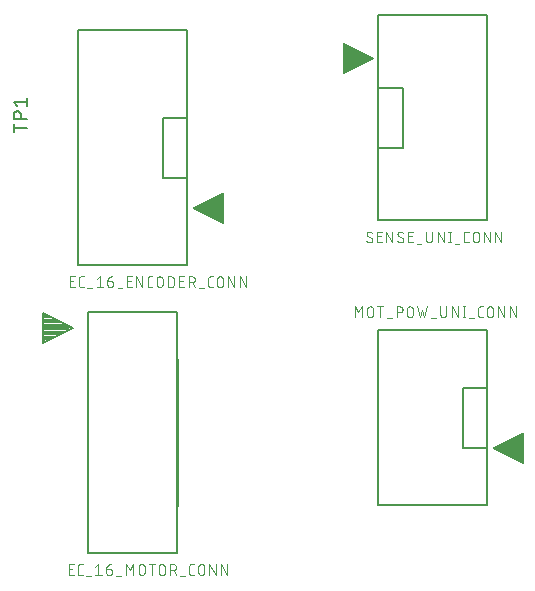
<source format=gto>
G75*
%MOIN*%
%OFA0B0*%
%FSLAX25Y25*%
%IPPOS*%
%LPD*%
%AMOC8*
5,1,8,0,0,1.08239X$1,22.5*
%
%ADD10C,0.00800*%
%ADD11C,0.00031*%
%ADD12C,0.00500*%
%ADD13C,0.00400*%
%ADD14C,0.00300*%
D10*
X0036736Y0021343D02*
X0036736Y0101657D01*
X0066264Y0101657D01*
X0066264Y0021343D01*
X0036736Y0021343D01*
X0021500Y0091500D02*
X0021500Y0101500D01*
X0031500Y0096500D01*
X0021500Y0091500D01*
X0021500Y0091941D02*
X0022381Y0091941D01*
X0021500Y0092739D02*
X0023978Y0092739D01*
X0025575Y0093538D02*
X0021500Y0093538D01*
X0021500Y0094336D02*
X0027172Y0094336D01*
X0028770Y0095135D02*
X0021500Y0095135D01*
X0021500Y0095933D02*
X0030367Y0095933D01*
X0031036Y0096732D02*
X0021500Y0096732D01*
X0021500Y0097530D02*
X0029439Y0097530D01*
X0027842Y0098329D02*
X0021500Y0098329D01*
X0021500Y0099127D02*
X0026245Y0099127D01*
X0024648Y0099926D02*
X0021500Y0099926D01*
X0021500Y0100724D02*
X0023051Y0100724D01*
X0033390Y0117307D02*
X0033390Y0195693D01*
X0069610Y0195693D01*
X0069610Y0166500D01*
X0069610Y0146500D01*
X0069610Y0117307D01*
X0033390Y0117307D01*
X0133390Y0132307D02*
X0169610Y0132307D01*
X0169610Y0200693D01*
X0133390Y0200693D01*
X0133390Y0176500D01*
X0133390Y0156500D01*
X0133390Y0132307D01*
X0133390Y0095693D02*
X0133390Y0037307D01*
X0169610Y0037307D01*
X0169610Y0056500D01*
X0169610Y0076500D01*
X0169610Y0095693D01*
X0133390Y0095693D01*
D11*
X0171500Y0056500D02*
X0181500Y0051500D01*
X0181500Y0061500D01*
X0171500Y0056500D01*
X0171515Y0056492D02*
X0181500Y0056492D01*
X0181500Y0056462D02*
X0171575Y0056462D01*
X0171635Y0056432D02*
X0181500Y0056432D01*
X0181500Y0056402D02*
X0171695Y0056402D01*
X0171755Y0056372D02*
X0181500Y0056372D01*
X0181500Y0056342D02*
X0171815Y0056342D01*
X0171875Y0056312D02*
X0181500Y0056312D01*
X0181500Y0056282D02*
X0171936Y0056282D01*
X0171996Y0056252D02*
X0181500Y0056252D01*
X0181500Y0056222D02*
X0172056Y0056222D01*
X0172116Y0056192D02*
X0181500Y0056192D01*
X0181500Y0056162D02*
X0172176Y0056162D01*
X0172236Y0056132D02*
X0181500Y0056132D01*
X0181500Y0056102D02*
X0172296Y0056102D01*
X0172356Y0056072D02*
X0181500Y0056072D01*
X0181500Y0056042D02*
X0172416Y0056042D01*
X0172476Y0056012D02*
X0181500Y0056012D01*
X0181500Y0055982D02*
X0172536Y0055982D01*
X0172596Y0055952D02*
X0181500Y0055952D01*
X0181500Y0055922D02*
X0172656Y0055922D01*
X0172716Y0055892D02*
X0181500Y0055892D01*
X0181500Y0055862D02*
X0172776Y0055862D01*
X0172836Y0055832D02*
X0181500Y0055832D01*
X0181500Y0055802D02*
X0172896Y0055802D01*
X0172956Y0055772D02*
X0181500Y0055772D01*
X0181500Y0055742D02*
X0173016Y0055742D01*
X0173076Y0055712D02*
X0181500Y0055712D01*
X0181500Y0055682D02*
X0173136Y0055682D01*
X0173196Y0055652D02*
X0181500Y0055652D01*
X0181500Y0055622D02*
X0173256Y0055622D01*
X0173316Y0055592D02*
X0181500Y0055592D01*
X0181500Y0055562D02*
X0173376Y0055562D01*
X0173436Y0055532D02*
X0181500Y0055532D01*
X0181500Y0055502D02*
X0173496Y0055502D01*
X0173556Y0055472D02*
X0181500Y0055472D01*
X0181500Y0055442D02*
X0173616Y0055442D01*
X0173676Y0055412D02*
X0181500Y0055412D01*
X0181500Y0055382D02*
X0173736Y0055382D01*
X0173796Y0055352D02*
X0181500Y0055352D01*
X0181500Y0055322D02*
X0173856Y0055322D01*
X0173916Y0055292D02*
X0181500Y0055292D01*
X0181500Y0055262D02*
X0173976Y0055262D01*
X0174036Y0055232D02*
X0181500Y0055232D01*
X0181500Y0055202D02*
X0174096Y0055202D01*
X0174156Y0055172D02*
X0181500Y0055172D01*
X0181500Y0055142D02*
X0174216Y0055142D01*
X0174276Y0055112D02*
X0181500Y0055112D01*
X0181500Y0055082D02*
X0174336Y0055082D01*
X0174396Y0055052D02*
X0181500Y0055052D01*
X0181500Y0055022D02*
X0174456Y0055022D01*
X0174516Y0054992D02*
X0181500Y0054992D01*
X0181500Y0054962D02*
X0174576Y0054962D01*
X0174636Y0054932D02*
X0181500Y0054932D01*
X0181500Y0054902D02*
X0174696Y0054902D01*
X0174756Y0054872D02*
X0181500Y0054872D01*
X0181500Y0054842D02*
X0174816Y0054842D01*
X0174876Y0054812D02*
X0181500Y0054812D01*
X0181500Y0054782D02*
X0174936Y0054782D01*
X0174996Y0054752D02*
X0181500Y0054752D01*
X0181500Y0054722D02*
X0175056Y0054722D01*
X0175116Y0054692D02*
X0181500Y0054692D01*
X0181500Y0054662D02*
X0175176Y0054662D01*
X0175236Y0054632D02*
X0181500Y0054632D01*
X0181500Y0054602D02*
X0175296Y0054602D01*
X0175356Y0054572D02*
X0181500Y0054572D01*
X0181500Y0054542D02*
X0175416Y0054542D01*
X0175476Y0054512D02*
X0181500Y0054512D01*
X0181500Y0054482D02*
X0175536Y0054482D01*
X0175596Y0054452D02*
X0181500Y0054452D01*
X0181500Y0054422D02*
X0175656Y0054422D01*
X0175716Y0054392D02*
X0181500Y0054392D01*
X0181500Y0054362D02*
X0175776Y0054362D01*
X0175836Y0054332D02*
X0181500Y0054332D01*
X0181500Y0054302D02*
X0175896Y0054302D01*
X0175956Y0054272D02*
X0181500Y0054272D01*
X0181500Y0054242D02*
X0176017Y0054242D01*
X0176077Y0054212D02*
X0181500Y0054212D01*
X0181500Y0054182D02*
X0176137Y0054182D01*
X0176197Y0054152D02*
X0181500Y0054152D01*
X0181500Y0054122D02*
X0176257Y0054122D01*
X0176317Y0054092D02*
X0181500Y0054092D01*
X0181500Y0054062D02*
X0176377Y0054062D01*
X0176437Y0054032D02*
X0181500Y0054032D01*
X0181500Y0054002D02*
X0176497Y0054002D01*
X0176557Y0053972D02*
X0181500Y0053972D01*
X0181500Y0053942D02*
X0176617Y0053942D01*
X0176677Y0053912D02*
X0181500Y0053912D01*
X0181500Y0053882D02*
X0176737Y0053882D01*
X0176797Y0053852D02*
X0181500Y0053852D01*
X0181500Y0053822D02*
X0176857Y0053822D01*
X0176917Y0053792D02*
X0181500Y0053792D01*
X0181500Y0053762D02*
X0176977Y0053762D01*
X0177037Y0053732D02*
X0181500Y0053732D01*
X0181500Y0053702D02*
X0177097Y0053702D01*
X0177157Y0053672D02*
X0181500Y0053672D01*
X0181500Y0053642D02*
X0177217Y0053642D01*
X0177277Y0053612D02*
X0181500Y0053612D01*
X0181500Y0053582D02*
X0177337Y0053582D01*
X0177397Y0053552D02*
X0181500Y0053552D01*
X0181500Y0053522D02*
X0177457Y0053522D01*
X0177517Y0053492D02*
X0181500Y0053492D01*
X0181500Y0053462D02*
X0177577Y0053462D01*
X0177637Y0053432D02*
X0181500Y0053432D01*
X0181500Y0053402D02*
X0177697Y0053402D01*
X0177757Y0053372D02*
X0181500Y0053372D01*
X0181500Y0053342D02*
X0177817Y0053342D01*
X0177877Y0053312D02*
X0181500Y0053312D01*
X0181500Y0053282D02*
X0177937Y0053282D01*
X0177997Y0053252D02*
X0181500Y0053252D01*
X0181500Y0053221D02*
X0178057Y0053221D01*
X0178117Y0053191D02*
X0181500Y0053191D01*
X0181500Y0053161D02*
X0178177Y0053161D01*
X0178237Y0053131D02*
X0181500Y0053131D01*
X0181500Y0053101D02*
X0178297Y0053101D01*
X0178357Y0053071D02*
X0181500Y0053071D01*
X0181500Y0053041D02*
X0178417Y0053041D01*
X0178477Y0053011D02*
X0181500Y0053011D01*
X0181500Y0052981D02*
X0178537Y0052981D01*
X0178597Y0052951D02*
X0181500Y0052951D01*
X0181500Y0052921D02*
X0178657Y0052921D01*
X0178717Y0052891D02*
X0181500Y0052891D01*
X0181500Y0052861D02*
X0178777Y0052861D01*
X0178837Y0052831D02*
X0181500Y0052831D01*
X0181500Y0052801D02*
X0178897Y0052801D01*
X0178957Y0052771D02*
X0181500Y0052771D01*
X0181500Y0052741D02*
X0179017Y0052741D01*
X0179077Y0052711D02*
X0181500Y0052711D01*
X0181500Y0052681D02*
X0179137Y0052681D01*
X0179197Y0052651D02*
X0181500Y0052651D01*
X0181500Y0052621D02*
X0179257Y0052621D01*
X0179317Y0052591D02*
X0181500Y0052591D01*
X0181500Y0052561D02*
X0179377Y0052561D01*
X0179437Y0052531D02*
X0181500Y0052531D01*
X0181500Y0052501D02*
X0179497Y0052501D01*
X0179557Y0052471D02*
X0181500Y0052471D01*
X0181500Y0052441D02*
X0179617Y0052441D01*
X0179677Y0052411D02*
X0181500Y0052411D01*
X0181500Y0052381D02*
X0179737Y0052381D01*
X0179797Y0052351D02*
X0181500Y0052351D01*
X0181500Y0052321D02*
X0179857Y0052321D01*
X0179917Y0052291D02*
X0181500Y0052291D01*
X0181500Y0052261D02*
X0179977Y0052261D01*
X0180037Y0052231D02*
X0181500Y0052231D01*
X0181500Y0052201D02*
X0180098Y0052201D01*
X0180158Y0052171D02*
X0181500Y0052171D01*
X0181500Y0052141D02*
X0180218Y0052141D01*
X0180278Y0052111D02*
X0181500Y0052111D01*
X0181500Y0052081D02*
X0180338Y0052081D01*
X0180398Y0052051D02*
X0181500Y0052051D01*
X0181500Y0052021D02*
X0180458Y0052021D01*
X0180518Y0051991D02*
X0181500Y0051991D01*
X0181500Y0051961D02*
X0180578Y0051961D01*
X0180638Y0051931D02*
X0181500Y0051931D01*
X0181500Y0051901D02*
X0180698Y0051901D01*
X0180758Y0051871D02*
X0181500Y0051871D01*
X0181500Y0051841D02*
X0180818Y0051841D01*
X0180878Y0051811D02*
X0181500Y0051811D01*
X0181500Y0051781D02*
X0180938Y0051781D01*
X0180998Y0051751D02*
X0181500Y0051751D01*
X0181500Y0051721D02*
X0181058Y0051721D01*
X0181118Y0051691D02*
X0181500Y0051691D01*
X0181500Y0051661D02*
X0181178Y0051661D01*
X0181238Y0051631D02*
X0181500Y0051631D01*
X0181500Y0051601D02*
X0181298Y0051601D01*
X0181358Y0051571D02*
X0181500Y0051571D01*
X0181500Y0051541D02*
X0181418Y0051541D01*
X0181478Y0051511D02*
X0181500Y0051511D01*
X0181500Y0056522D02*
X0171545Y0056522D01*
X0171605Y0056552D02*
X0181500Y0056552D01*
X0181500Y0056582D02*
X0171665Y0056582D01*
X0171725Y0056612D02*
X0181500Y0056612D01*
X0181500Y0056642D02*
X0171785Y0056642D01*
X0171845Y0056672D02*
X0181500Y0056672D01*
X0181500Y0056702D02*
X0171905Y0056702D01*
X0171965Y0056732D02*
X0181500Y0056732D01*
X0181500Y0056762D02*
X0172025Y0056762D01*
X0172085Y0056792D02*
X0181500Y0056792D01*
X0181500Y0056822D02*
X0172145Y0056822D01*
X0172205Y0056852D02*
X0181500Y0056852D01*
X0181500Y0056882D02*
X0172265Y0056882D01*
X0172325Y0056912D02*
X0181500Y0056912D01*
X0181500Y0056942D02*
X0172385Y0056942D01*
X0172445Y0056972D02*
X0181500Y0056972D01*
X0181500Y0057002D02*
X0172505Y0057002D01*
X0172565Y0057032D02*
X0181500Y0057032D01*
X0181500Y0057062D02*
X0172625Y0057062D01*
X0172685Y0057092D02*
X0181500Y0057092D01*
X0181500Y0057122D02*
X0172745Y0057122D01*
X0172805Y0057152D02*
X0181500Y0057152D01*
X0181500Y0057182D02*
X0172865Y0057182D01*
X0172925Y0057212D02*
X0181500Y0057212D01*
X0181500Y0057242D02*
X0172985Y0057242D01*
X0173045Y0057272D02*
X0181500Y0057272D01*
X0181500Y0057302D02*
X0173105Y0057302D01*
X0173165Y0057333D02*
X0181500Y0057333D01*
X0181500Y0057363D02*
X0173225Y0057363D01*
X0173285Y0057393D02*
X0181500Y0057393D01*
X0181500Y0057423D02*
X0173345Y0057423D01*
X0173405Y0057453D02*
X0181500Y0057453D01*
X0181500Y0057483D02*
X0173465Y0057483D01*
X0173525Y0057513D02*
X0181500Y0057513D01*
X0181500Y0057543D02*
X0173585Y0057543D01*
X0173645Y0057573D02*
X0181500Y0057573D01*
X0181500Y0057603D02*
X0173705Y0057603D01*
X0173765Y0057633D02*
X0181500Y0057633D01*
X0181500Y0057663D02*
X0173825Y0057663D01*
X0173885Y0057693D02*
X0181500Y0057693D01*
X0181500Y0057723D02*
X0173945Y0057723D01*
X0174005Y0057753D02*
X0181500Y0057753D01*
X0181500Y0057783D02*
X0174065Y0057783D01*
X0174125Y0057813D02*
X0181500Y0057813D01*
X0181500Y0057843D02*
X0174185Y0057843D01*
X0174245Y0057873D02*
X0181500Y0057873D01*
X0181500Y0057903D02*
X0174305Y0057903D01*
X0174365Y0057933D02*
X0181500Y0057933D01*
X0181500Y0057963D02*
X0174425Y0057963D01*
X0174485Y0057993D02*
X0181500Y0057993D01*
X0181500Y0058023D02*
X0174545Y0058023D01*
X0174605Y0058053D02*
X0181500Y0058053D01*
X0181500Y0058083D02*
X0174665Y0058083D01*
X0174725Y0058113D02*
X0181500Y0058113D01*
X0181500Y0058143D02*
X0174785Y0058143D01*
X0174845Y0058173D02*
X0181500Y0058173D01*
X0181500Y0058203D02*
X0174905Y0058203D01*
X0174965Y0058233D02*
X0181500Y0058233D01*
X0181500Y0058263D02*
X0175025Y0058263D01*
X0175085Y0058293D02*
X0181500Y0058293D01*
X0181500Y0058323D02*
X0175145Y0058323D01*
X0175206Y0058353D02*
X0181500Y0058353D01*
X0181500Y0058383D02*
X0175266Y0058383D01*
X0175326Y0058413D02*
X0181500Y0058413D01*
X0181500Y0058443D02*
X0175386Y0058443D01*
X0175446Y0058473D02*
X0181500Y0058473D01*
X0181500Y0058503D02*
X0175506Y0058503D01*
X0175566Y0058533D02*
X0181500Y0058533D01*
X0181500Y0058563D02*
X0175626Y0058563D01*
X0175686Y0058593D02*
X0181500Y0058593D01*
X0181500Y0058623D02*
X0175746Y0058623D01*
X0175806Y0058653D02*
X0181500Y0058653D01*
X0181500Y0058683D02*
X0175866Y0058683D01*
X0175926Y0058713D02*
X0181500Y0058713D01*
X0181500Y0058743D02*
X0175986Y0058743D01*
X0176046Y0058773D02*
X0181500Y0058773D01*
X0181500Y0058803D02*
X0176106Y0058803D01*
X0176166Y0058833D02*
X0181500Y0058833D01*
X0181500Y0058863D02*
X0176226Y0058863D01*
X0176286Y0058893D02*
X0181500Y0058893D01*
X0181500Y0058923D02*
X0176346Y0058923D01*
X0176406Y0058953D02*
X0181500Y0058953D01*
X0181500Y0058983D02*
X0176466Y0058983D01*
X0176526Y0059013D02*
X0181500Y0059013D01*
X0181500Y0059043D02*
X0176586Y0059043D01*
X0176646Y0059073D02*
X0181500Y0059073D01*
X0181500Y0059103D02*
X0176706Y0059103D01*
X0176766Y0059133D02*
X0181500Y0059133D01*
X0181500Y0059163D02*
X0176826Y0059163D01*
X0176886Y0059193D02*
X0181500Y0059193D01*
X0181500Y0059223D02*
X0176946Y0059223D01*
X0177006Y0059253D02*
X0181500Y0059253D01*
X0181500Y0059283D02*
X0177066Y0059283D01*
X0177126Y0059313D02*
X0181500Y0059313D01*
X0181500Y0059343D02*
X0177186Y0059343D01*
X0177246Y0059373D02*
X0181500Y0059373D01*
X0181500Y0059403D02*
X0177306Y0059403D01*
X0177366Y0059433D02*
X0181500Y0059433D01*
X0181500Y0059463D02*
X0177426Y0059463D01*
X0177486Y0059493D02*
X0181500Y0059493D01*
X0181500Y0059523D02*
X0177546Y0059523D01*
X0177606Y0059553D02*
X0181500Y0059553D01*
X0181500Y0059583D02*
X0177666Y0059583D01*
X0177726Y0059613D02*
X0181500Y0059613D01*
X0181500Y0059643D02*
X0177786Y0059643D01*
X0177846Y0059673D02*
X0181500Y0059673D01*
X0181500Y0059703D02*
X0177906Y0059703D01*
X0177966Y0059733D02*
X0181500Y0059733D01*
X0181500Y0059763D02*
X0178026Y0059763D01*
X0178086Y0059793D02*
X0181500Y0059793D01*
X0181500Y0059823D02*
X0178146Y0059823D01*
X0178206Y0059853D02*
X0181500Y0059853D01*
X0181500Y0059883D02*
X0178266Y0059883D01*
X0178326Y0059913D02*
X0181500Y0059913D01*
X0181500Y0059943D02*
X0178386Y0059943D01*
X0178446Y0059973D02*
X0181500Y0059973D01*
X0181500Y0060003D02*
X0178506Y0060003D01*
X0178566Y0060033D02*
X0181500Y0060033D01*
X0181500Y0060063D02*
X0178626Y0060063D01*
X0178686Y0060093D02*
X0181500Y0060093D01*
X0181500Y0060123D02*
X0178746Y0060123D01*
X0178806Y0060153D02*
X0181500Y0060153D01*
X0181500Y0060183D02*
X0178866Y0060183D01*
X0178926Y0060213D02*
X0181500Y0060213D01*
X0181500Y0060243D02*
X0178986Y0060243D01*
X0179046Y0060273D02*
X0181500Y0060273D01*
X0181500Y0060303D02*
X0179106Y0060303D01*
X0179166Y0060333D02*
X0181500Y0060333D01*
X0181500Y0060363D02*
X0179227Y0060363D01*
X0179287Y0060393D02*
X0181500Y0060393D01*
X0181500Y0060423D02*
X0179347Y0060423D01*
X0179407Y0060453D02*
X0181500Y0060453D01*
X0181500Y0060483D02*
X0179467Y0060483D01*
X0179527Y0060513D02*
X0181500Y0060513D01*
X0181500Y0060543D02*
X0179587Y0060543D01*
X0179647Y0060573D02*
X0181500Y0060573D01*
X0181500Y0060603D02*
X0179707Y0060603D01*
X0179767Y0060633D02*
X0181500Y0060633D01*
X0181500Y0060663D02*
X0179827Y0060663D01*
X0179887Y0060693D02*
X0181500Y0060693D01*
X0181500Y0060723D02*
X0179947Y0060723D01*
X0180007Y0060753D02*
X0181500Y0060753D01*
X0181500Y0060783D02*
X0180067Y0060783D01*
X0180127Y0060813D02*
X0181500Y0060813D01*
X0181500Y0060843D02*
X0180187Y0060843D01*
X0180247Y0060873D02*
X0181500Y0060873D01*
X0181500Y0060903D02*
X0180307Y0060903D01*
X0180367Y0060933D02*
X0181500Y0060933D01*
X0181500Y0060963D02*
X0180427Y0060963D01*
X0180487Y0060993D02*
X0181500Y0060993D01*
X0181500Y0061023D02*
X0180547Y0061023D01*
X0180607Y0061053D02*
X0181500Y0061053D01*
X0181500Y0061083D02*
X0180667Y0061083D01*
X0180727Y0061113D02*
X0181500Y0061113D01*
X0181500Y0061143D02*
X0180787Y0061143D01*
X0180847Y0061173D02*
X0181500Y0061173D01*
X0181500Y0061203D02*
X0180907Y0061203D01*
X0180967Y0061233D02*
X0181500Y0061233D01*
X0181500Y0061263D02*
X0181027Y0061263D01*
X0181087Y0061293D02*
X0181500Y0061293D01*
X0181500Y0061323D02*
X0181147Y0061323D01*
X0181207Y0061353D02*
X0181500Y0061353D01*
X0181500Y0061384D02*
X0181267Y0061384D01*
X0181327Y0061414D02*
X0181500Y0061414D01*
X0181500Y0061444D02*
X0181387Y0061444D01*
X0181447Y0061474D02*
X0181500Y0061474D01*
X0081500Y0131500D02*
X0071500Y0136500D01*
X0081500Y0141500D01*
X0081500Y0131500D01*
X0081500Y0131511D02*
X0081478Y0131511D01*
X0081500Y0131541D02*
X0081418Y0131541D01*
X0081358Y0131571D02*
X0081500Y0131571D01*
X0081500Y0131601D02*
X0081298Y0131601D01*
X0081238Y0131631D02*
X0081500Y0131631D01*
X0081500Y0131661D02*
X0081178Y0131661D01*
X0081118Y0131691D02*
X0081500Y0131691D01*
X0081500Y0131721D02*
X0081058Y0131721D01*
X0080998Y0131751D02*
X0081500Y0131751D01*
X0081500Y0131781D02*
X0080938Y0131781D01*
X0080878Y0131811D02*
X0081500Y0131811D01*
X0081500Y0131841D02*
X0080818Y0131841D01*
X0080758Y0131871D02*
X0081500Y0131871D01*
X0081500Y0131901D02*
X0080698Y0131901D01*
X0080638Y0131931D02*
X0081500Y0131931D01*
X0081500Y0131961D02*
X0080578Y0131961D01*
X0080518Y0131991D02*
X0081500Y0131991D01*
X0081500Y0132021D02*
X0080458Y0132021D01*
X0080398Y0132051D02*
X0081500Y0132051D01*
X0081500Y0132081D02*
X0080338Y0132081D01*
X0080278Y0132111D02*
X0081500Y0132111D01*
X0081500Y0132141D02*
X0080218Y0132141D01*
X0080158Y0132171D02*
X0081500Y0132171D01*
X0081500Y0132201D02*
X0080098Y0132201D01*
X0080038Y0132231D02*
X0081500Y0132231D01*
X0081500Y0132261D02*
X0079978Y0132261D01*
X0079918Y0132291D02*
X0081500Y0132291D01*
X0081500Y0132321D02*
X0079858Y0132321D01*
X0079798Y0132351D02*
X0081500Y0132351D01*
X0081500Y0132381D02*
X0079738Y0132381D01*
X0079678Y0132411D02*
X0081500Y0132411D01*
X0081500Y0132441D02*
X0079618Y0132441D01*
X0079558Y0132471D02*
X0081500Y0132471D01*
X0081500Y0132501D02*
X0079498Y0132501D01*
X0079438Y0132531D02*
X0081500Y0132531D01*
X0081500Y0132561D02*
X0079378Y0132561D01*
X0079318Y0132591D02*
X0081500Y0132591D01*
X0081500Y0132621D02*
X0079258Y0132621D01*
X0079198Y0132651D02*
X0081500Y0132651D01*
X0081500Y0132681D02*
X0079138Y0132681D01*
X0079078Y0132711D02*
X0081500Y0132711D01*
X0081500Y0132741D02*
X0079018Y0132741D01*
X0078958Y0132771D02*
X0081500Y0132771D01*
X0081500Y0132801D02*
X0078898Y0132801D01*
X0078838Y0132831D02*
X0081500Y0132831D01*
X0081500Y0132861D02*
X0078778Y0132861D01*
X0078718Y0132891D02*
X0081500Y0132891D01*
X0081500Y0132921D02*
X0078658Y0132921D01*
X0078598Y0132951D02*
X0081500Y0132951D01*
X0081500Y0132981D02*
X0078538Y0132981D01*
X0078478Y0133011D02*
X0081500Y0133011D01*
X0081500Y0133041D02*
X0078418Y0133041D01*
X0078358Y0133071D02*
X0081500Y0133071D01*
X0081500Y0133101D02*
X0078298Y0133101D01*
X0078238Y0133131D02*
X0081500Y0133131D01*
X0081500Y0133161D02*
X0078178Y0133161D01*
X0078118Y0133191D02*
X0081500Y0133191D01*
X0081500Y0133221D02*
X0078058Y0133221D01*
X0077998Y0133251D02*
X0081500Y0133251D01*
X0081500Y0133281D02*
X0077938Y0133281D01*
X0077878Y0133311D02*
X0081500Y0133311D01*
X0081500Y0133341D02*
X0077818Y0133341D01*
X0077758Y0133371D02*
X0081500Y0133371D01*
X0081500Y0133401D02*
X0077698Y0133401D01*
X0077638Y0133431D02*
X0081500Y0133431D01*
X0081500Y0133461D02*
X0077578Y0133461D01*
X0077518Y0133491D02*
X0081500Y0133491D01*
X0081500Y0133521D02*
X0077458Y0133521D01*
X0077397Y0133551D02*
X0081500Y0133551D01*
X0081500Y0133581D02*
X0077337Y0133581D01*
X0077277Y0133611D02*
X0081500Y0133611D01*
X0081500Y0133641D02*
X0077217Y0133641D01*
X0077157Y0133671D02*
X0081500Y0133671D01*
X0081500Y0133701D02*
X0077097Y0133701D01*
X0077037Y0133731D02*
X0081500Y0133731D01*
X0081500Y0133761D02*
X0076977Y0133761D01*
X0076917Y0133791D02*
X0081500Y0133791D01*
X0081500Y0133821D02*
X0076857Y0133821D01*
X0076797Y0133851D02*
X0081500Y0133851D01*
X0081500Y0133881D02*
X0076737Y0133881D01*
X0076677Y0133911D02*
X0081500Y0133911D01*
X0081500Y0133941D02*
X0076617Y0133941D01*
X0076557Y0133971D02*
X0081500Y0133971D01*
X0081500Y0134001D02*
X0076497Y0134001D01*
X0076437Y0134031D02*
X0081500Y0134031D01*
X0081500Y0134061D02*
X0076377Y0134061D01*
X0076317Y0134091D02*
X0081500Y0134091D01*
X0081500Y0134121D02*
X0076257Y0134121D01*
X0076197Y0134151D02*
X0081500Y0134151D01*
X0081500Y0134181D02*
X0076137Y0134181D01*
X0076077Y0134211D02*
X0081500Y0134211D01*
X0081500Y0134241D02*
X0076017Y0134241D01*
X0075957Y0134271D02*
X0081500Y0134271D01*
X0081500Y0134301D02*
X0075897Y0134301D01*
X0075837Y0134331D02*
X0081500Y0134331D01*
X0081500Y0134361D02*
X0075777Y0134361D01*
X0075717Y0134391D02*
X0081500Y0134391D01*
X0081500Y0134421D02*
X0075657Y0134421D01*
X0075597Y0134451D02*
X0081500Y0134451D01*
X0081500Y0134481D02*
X0075537Y0134481D01*
X0075477Y0134511D02*
X0081500Y0134511D01*
X0081500Y0134541D02*
X0075417Y0134541D01*
X0075357Y0134572D02*
X0081500Y0134572D01*
X0081500Y0134602D02*
X0075297Y0134602D01*
X0075237Y0134632D02*
X0081500Y0134632D01*
X0081500Y0134662D02*
X0075177Y0134662D01*
X0075117Y0134692D02*
X0081500Y0134692D01*
X0081500Y0134722D02*
X0075057Y0134722D01*
X0074997Y0134752D02*
X0081500Y0134752D01*
X0081500Y0134782D02*
X0074937Y0134782D01*
X0074877Y0134812D02*
X0081500Y0134812D01*
X0081500Y0134842D02*
X0074817Y0134842D01*
X0074757Y0134872D02*
X0081500Y0134872D01*
X0081500Y0134902D02*
X0074697Y0134902D01*
X0074637Y0134932D02*
X0081500Y0134932D01*
X0081500Y0134962D02*
X0074577Y0134962D01*
X0074517Y0134992D02*
X0081500Y0134992D01*
X0081500Y0135022D02*
X0074457Y0135022D01*
X0074397Y0135052D02*
X0081500Y0135052D01*
X0081500Y0135082D02*
X0074337Y0135082D01*
X0074277Y0135112D02*
X0081500Y0135112D01*
X0081500Y0135142D02*
X0074217Y0135142D01*
X0074157Y0135172D02*
X0081500Y0135172D01*
X0081500Y0135202D02*
X0074097Y0135202D01*
X0074037Y0135232D02*
X0081500Y0135232D01*
X0081500Y0135262D02*
X0073977Y0135262D01*
X0073917Y0135292D02*
X0081500Y0135292D01*
X0081500Y0135322D02*
X0073857Y0135322D01*
X0073797Y0135352D02*
X0081500Y0135352D01*
X0081500Y0135382D02*
X0073737Y0135382D01*
X0073677Y0135412D02*
X0081500Y0135412D01*
X0081500Y0135442D02*
X0073617Y0135442D01*
X0073557Y0135472D02*
X0081500Y0135472D01*
X0081500Y0135502D02*
X0073497Y0135502D01*
X0073437Y0135532D02*
X0081500Y0135532D01*
X0081500Y0135562D02*
X0073377Y0135562D01*
X0073316Y0135592D02*
X0081500Y0135592D01*
X0081500Y0135622D02*
X0073256Y0135622D01*
X0073196Y0135652D02*
X0081500Y0135652D01*
X0081500Y0135682D02*
X0073136Y0135682D01*
X0073076Y0135712D02*
X0081500Y0135712D01*
X0081500Y0135742D02*
X0073016Y0135742D01*
X0072956Y0135772D02*
X0081500Y0135772D01*
X0081500Y0135802D02*
X0072896Y0135802D01*
X0072836Y0135832D02*
X0081500Y0135832D01*
X0081500Y0135862D02*
X0072776Y0135862D01*
X0072716Y0135892D02*
X0081500Y0135892D01*
X0081500Y0135922D02*
X0072656Y0135922D01*
X0072596Y0135952D02*
X0081500Y0135952D01*
X0081500Y0135982D02*
X0072536Y0135982D01*
X0072476Y0136012D02*
X0081500Y0136012D01*
X0081500Y0136042D02*
X0072416Y0136042D01*
X0072356Y0136072D02*
X0081500Y0136072D01*
X0081500Y0136102D02*
X0072296Y0136102D01*
X0072236Y0136132D02*
X0081500Y0136132D01*
X0081500Y0136162D02*
X0072176Y0136162D01*
X0072116Y0136192D02*
X0081500Y0136192D01*
X0081500Y0136222D02*
X0072056Y0136222D01*
X0071996Y0136252D02*
X0081500Y0136252D01*
X0081500Y0136282D02*
X0071936Y0136282D01*
X0071876Y0136312D02*
X0081500Y0136312D01*
X0081500Y0136342D02*
X0071816Y0136342D01*
X0071756Y0136372D02*
X0081500Y0136372D01*
X0081500Y0136402D02*
X0071696Y0136402D01*
X0071636Y0136432D02*
X0081500Y0136432D01*
X0081500Y0136462D02*
X0071576Y0136462D01*
X0071516Y0136492D02*
X0081500Y0136492D01*
X0081500Y0136522D02*
X0071544Y0136522D01*
X0071604Y0136552D02*
X0081500Y0136552D01*
X0081500Y0136582D02*
X0071664Y0136582D01*
X0071724Y0136612D02*
X0081500Y0136612D01*
X0081500Y0136642D02*
X0071784Y0136642D01*
X0071844Y0136672D02*
X0081500Y0136672D01*
X0081500Y0136702D02*
X0071904Y0136702D01*
X0071964Y0136732D02*
X0081500Y0136732D01*
X0081500Y0136762D02*
X0072024Y0136762D01*
X0072084Y0136792D02*
X0081500Y0136792D01*
X0081500Y0136822D02*
X0072144Y0136822D01*
X0072204Y0136852D02*
X0081500Y0136852D01*
X0081500Y0136882D02*
X0072264Y0136882D01*
X0072324Y0136912D02*
X0081500Y0136912D01*
X0081500Y0136942D02*
X0072384Y0136942D01*
X0072444Y0136972D02*
X0081500Y0136972D01*
X0081500Y0137002D02*
X0072504Y0137002D01*
X0072564Y0137032D02*
X0081500Y0137032D01*
X0081500Y0137062D02*
X0072624Y0137062D01*
X0072684Y0137092D02*
X0081500Y0137092D01*
X0081500Y0137122D02*
X0072744Y0137122D01*
X0072804Y0137152D02*
X0081500Y0137152D01*
X0081500Y0137182D02*
X0072864Y0137182D01*
X0072924Y0137212D02*
X0081500Y0137212D01*
X0081500Y0137242D02*
X0072984Y0137242D01*
X0073044Y0137272D02*
X0081500Y0137272D01*
X0081500Y0137302D02*
X0073104Y0137302D01*
X0073164Y0137332D02*
X0081500Y0137332D01*
X0081500Y0137362D02*
X0073224Y0137362D01*
X0073284Y0137392D02*
X0081500Y0137392D01*
X0081500Y0137422D02*
X0073344Y0137422D01*
X0073404Y0137452D02*
X0081500Y0137452D01*
X0081500Y0137482D02*
X0073464Y0137482D01*
X0073524Y0137512D02*
X0081500Y0137512D01*
X0081500Y0137542D02*
X0073584Y0137542D01*
X0073644Y0137572D02*
X0081500Y0137572D01*
X0081500Y0137602D02*
X0073705Y0137602D01*
X0073765Y0137632D02*
X0081500Y0137632D01*
X0081500Y0137662D02*
X0073825Y0137662D01*
X0073885Y0137692D02*
X0081500Y0137692D01*
X0081500Y0137722D02*
X0073945Y0137722D01*
X0074005Y0137752D02*
X0081500Y0137752D01*
X0081500Y0137782D02*
X0074065Y0137782D01*
X0074125Y0137812D02*
X0081500Y0137812D01*
X0081500Y0137842D02*
X0074185Y0137842D01*
X0074245Y0137872D02*
X0081500Y0137872D01*
X0081500Y0137902D02*
X0074305Y0137902D01*
X0074365Y0137932D02*
X0081500Y0137932D01*
X0081500Y0137962D02*
X0074425Y0137962D01*
X0074485Y0137992D02*
X0081500Y0137992D01*
X0081500Y0138022D02*
X0074545Y0138022D01*
X0074605Y0138052D02*
X0081500Y0138052D01*
X0081500Y0138082D02*
X0074665Y0138082D01*
X0074725Y0138112D02*
X0081500Y0138112D01*
X0081500Y0138142D02*
X0074785Y0138142D01*
X0074845Y0138172D02*
X0081500Y0138172D01*
X0081500Y0138202D02*
X0074905Y0138202D01*
X0074965Y0138232D02*
X0081500Y0138232D01*
X0081500Y0138262D02*
X0075025Y0138262D01*
X0075085Y0138292D02*
X0081500Y0138292D01*
X0081500Y0138322D02*
X0075145Y0138322D01*
X0075205Y0138352D02*
X0081500Y0138352D01*
X0081500Y0138382D02*
X0075265Y0138382D01*
X0075325Y0138412D02*
X0081500Y0138412D01*
X0081500Y0138442D02*
X0075385Y0138442D01*
X0075445Y0138472D02*
X0081500Y0138472D01*
X0081500Y0138502D02*
X0075505Y0138502D01*
X0075565Y0138532D02*
X0081500Y0138532D01*
X0081500Y0138562D02*
X0075625Y0138562D01*
X0075685Y0138592D02*
X0081500Y0138592D01*
X0081500Y0138623D02*
X0075745Y0138623D01*
X0075805Y0138653D02*
X0081500Y0138653D01*
X0081500Y0138683D02*
X0075865Y0138683D01*
X0075925Y0138713D02*
X0081500Y0138713D01*
X0081500Y0138743D02*
X0075985Y0138743D01*
X0076045Y0138773D02*
X0081500Y0138773D01*
X0081500Y0138803D02*
X0076105Y0138803D01*
X0076165Y0138833D02*
X0081500Y0138833D01*
X0081500Y0138863D02*
X0076225Y0138863D01*
X0076285Y0138893D02*
X0081500Y0138893D01*
X0081500Y0138923D02*
X0076345Y0138923D01*
X0076405Y0138953D02*
X0081500Y0138953D01*
X0081500Y0138983D02*
X0076465Y0138983D01*
X0076525Y0139013D02*
X0081500Y0139013D01*
X0081500Y0139043D02*
X0076585Y0139043D01*
X0076645Y0139073D02*
X0081500Y0139073D01*
X0081500Y0139103D02*
X0076705Y0139103D01*
X0076765Y0139133D02*
X0081500Y0139133D01*
X0081500Y0139163D02*
X0076825Y0139163D01*
X0076885Y0139193D02*
X0081500Y0139193D01*
X0081500Y0139223D02*
X0076945Y0139223D01*
X0077005Y0139253D02*
X0081500Y0139253D01*
X0081500Y0139283D02*
X0077065Y0139283D01*
X0077125Y0139313D02*
X0081500Y0139313D01*
X0081500Y0139343D02*
X0077185Y0139343D01*
X0077245Y0139373D02*
X0081500Y0139373D01*
X0081500Y0139403D02*
X0077305Y0139403D01*
X0077365Y0139433D02*
X0081500Y0139433D01*
X0081500Y0139463D02*
X0077425Y0139463D01*
X0077485Y0139493D02*
X0081500Y0139493D01*
X0081500Y0139523D02*
X0077545Y0139523D01*
X0077605Y0139553D02*
X0081500Y0139553D01*
X0081500Y0139583D02*
X0077665Y0139583D01*
X0077725Y0139613D02*
X0081500Y0139613D01*
X0081500Y0139643D02*
X0077786Y0139643D01*
X0077846Y0139673D02*
X0081500Y0139673D01*
X0081500Y0139703D02*
X0077906Y0139703D01*
X0077966Y0139733D02*
X0081500Y0139733D01*
X0081500Y0139763D02*
X0078026Y0139763D01*
X0078086Y0139793D02*
X0081500Y0139793D01*
X0081500Y0139823D02*
X0078146Y0139823D01*
X0078206Y0139853D02*
X0081500Y0139853D01*
X0081500Y0139883D02*
X0078266Y0139883D01*
X0078326Y0139913D02*
X0081500Y0139913D01*
X0081500Y0139943D02*
X0078386Y0139943D01*
X0078446Y0139973D02*
X0081500Y0139973D01*
X0081500Y0140003D02*
X0078506Y0140003D01*
X0078566Y0140033D02*
X0081500Y0140033D01*
X0081500Y0140063D02*
X0078626Y0140063D01*
X0078686Y0140093D02*
X0081500Y0140093D01*
X0081500Y0140123D02*
X0078746Y0140123D01*
X0078806Y0140153D02*
X0081500Y0140153D01*
X0081500Y0140183D02*
X0078866Y0140183D01*
X0078926Y0140213D02*
X0081500Y0140213D01*
X0081500Y0140243D02*
X0078986Y0140243D01*
X0079046Y0140273D02*
X0081500Y0140273D01*
X0081500Y0140303D02*
X0079106Y0140303D01*
X0079166Y0140333D02*
X0081500Y0140333D01*
X0081500Y0140363D02*
X0079226Y0140363D01*
X0079286Y0140393D02*
X0081500Y0140393D01*
X0081500Y0140423D02*
X0079346Y0140423D01*
X0079406Y0140453D02*
X0081500Y0140453D01*
X0081500Y0140483D02*
X0079466Y0140483D01*
X0079526Y0140513D02*
X0081500Y0140513D01*
X0081500Y0140543D02*
X0079586Y0140543D01*
X0079646Y0140573D02*
X0081500Y0140573D01*
X0081500Y0140603D02*
X0079706Y0140603D01*
X0079766Y0140633D02*
X0081500Y0140633D01*
X0081500Y0140663D02*
X0079826Y0140663D01*
X0079886Y0140693D02*
X0081500Y0140693D01*
X0081500Y0140723D02*
X0079946Y0140723D01*
X0080006Y0140753D02*
X0081500Y0140753D01*
X0081500Y0140783D02*
X0080066Y0140783D01*
X0080126Y0140813D02*
X0081500Y0140813D01*
X0081500Y0140843D02*
X0080186Y0140843D01*
X0080246Y0140873D02*
X0081500Y0140873D01*
X0081500Y0140903D02*
X0080306Y0140903D01*
X0080366Y0140933D02*
X0081500Y0140933D01*
X0081500Y0140963D02*
X0080426Y0140963D01*
X0080486Y0140993D02*
X0081500Y0140993D01*
X0081500Y0141023D02*
X0080546Y0141023D01*
X0080606Y0141053D02*
X0081500Y0141053D01*
X0081500Y0141083D02*
X0080666Y0141083D01*
X0080726Y0141113D02*
X0081500Y0141113D01*
X0081500Y0141143D02*
X0080786Y0141143D01*
X0080846Y0141173D02*
X0081500Y0141173D01*
X0081500Y0141203D02*
X0080906Y0141203D01*
X0080966Y0141233D02*
X0081500Y0141233D01*
X0081500Y0141263D02*
X0081026Y0141263D01*
X0081086Y0141293D02*
X0081500Y0141293D01*
X0081500Y0141323D02*
X0081146Y0141323D01*
X0081206Y0141353D02*
X0081500Y0141353D01*
X0081500Y0141383D02*
X0081266Y0141383D01*
X0081326Y0141413D02*
X0081500Y0141413D01*
X0081500Y0141443D02*
X0081386Y0141443D01*
X0081446Y0141473D02*
X0081500Y0141473D01*
X0121500Y0181500D02*
X0131500Y0186500D01*
X0121500Y0191500D01*
X0121500Y0181500D01*
X0121500Y0181503D02*
X0121506Y0181503D01*
X0121500Y0181533D02*
X0121566Y0181533D01*
X0121626Y0181563D02*
X0121500Y0181563D01*
X0121500Y0181593D02*
X0121686Y0181593D01*
X0121746Y0181623D02*
X0121500Y0181623D01*
X0121500Y0181653D02*
X0121806Y0181653D01*
X0121866Y0181683D02*
X0121500Y0181683D01*
X0121500Y0181713D02*
X0121926Y0181713D01*
X0121986Y0181743D02*
X0121500Y0181743D01*
X0121500Y0181773D02*
X0122046Y0181773D01*
X0122106Y0181803D02*
X0121500Y0181803D01*
X0121500Y0181833D02*
X0122166Y0181833D01*
X0122226Y0181863D02*
X0121500Y0181863D01*
X0121500Y0181893D02*
X0122286Y0181893D01*
X0122346Y0181923D02*
X0121500Y0181923D01*
X0121500Y0181953D02*
X0122406Y0181953D01*
X0122466Y0181983D02*
X0121500Y0181983D01*
X0121500Y0182013D02*
X0122526Y0182013D01*
X0122586Y0182043D02*
X0121500Y0182043D01*
X0121500Y0182073D02*
X0122646Y0182073D01*
X0122706Y0182103D02*
X0121500Y0182103D01*
X0121500Y0182133D02*
X0122766Y0182133D01*
X0122826Y0182163D02*
X0121500Y0182163D01*
X0121500Y0182193D02*
X0122886Y0182193D01*
X0122946Y0182223D02*
X0121500Y0182223D01*
X0121500Y0182253D02*
X0123006Y0182253D01*
X0123066Y0182283D02*
X0121500Y0182283D01*
X0121500Y0182313D02*
X0123127Y0182313D01*
X0123187Y0182343D02*
X0121500Y0182343D01*
X0121500Y0182373D02*
X0123247Y0182373D01*
X0123307Y0182403D02*
X0121500Y0182403D01*
X0121500Y0182433D02*
X0123367Y0182433D01*
X0123427Y0182463D02*
X0121500Y0182463D01*
X0121500Y0182493D02*
X0123487Y0182493D01*
X0123547Y0182523D02*
X0121500Y0182523D01*
X0121500Y0182553D02*
X0123607Y0182553D01*
X0123667Y0182583D02*
X0121500Y0182583D01*
X0121500Y0182613D02*
X0123727Y0182613D01*
X0123787Y0182643D02*
X0121500Y0182643D01*
X0121500Y0182673D02*
X0123847Y0182673D01*
X0123907Y0182703D02*
X0121500Y0182703D01*
X0121500Y0182733D02*
X0123967Y0182733D01*
X0124027Y0182763D02*
X0121500Y0182763D01*
X0121500Y0182793D02*
X0124087Y0182793D01*
X0124147Y0182823D02*
X0121500Y0182823D01*
X0121500Y0182853D02*
X0124207Y0182853D01*
X0124267Y0182883D02*
X0121500Y0182883D01*
X0121500Y0182913D02*
X0124327Y0182913D01*
X0124387Y0182943D02*
X0121500Y0182943D01*
X0121500Y0182973D02*
X0124447Y0182973D01*
X0124507Y0183003D02*
X0121500Y0183003D01*
X0121500Y0183033D02*
X0124567Y0183033D01*
X0124627Y0183063D02*
X0121500Y0183063D01*
X0121500Y0183093D02*
X0124687Y0183093D01*
X0124747Y0183123D02*
X0121500Y0183123D01*
X0121500Y0183153D02*
X0124807Y0183153D01*
X0124867Y0183183D02*
X0121500Y0183183D01*
X0121500Y0183213D02*
X0124927Y0183213D01*
X0124987Y0183243D02*
X0121500Y0183243D01*
X0121500Y0183273D02*
X0125047Y0183273D01*
X0125107Y0183303D02*
X0121500Y0183303D01*
X0121500Y0183334D02*
X0125167Y0183334D01*
X0125227Y0183364D02*
X0121500Y0183364D01*
X0121500Y0183394D02*
X0125287Y0183394D01*
X0125347Y0183424D02*
X0121500Y0183424D01*
X0121500Y0183454D02*
X0125407Y0183454D01*
X0125467Y0183484D02*
X0121500Y0183484D01*
X0121500Y0183514D02*
X0125527Y0183514D01*
X0125587Y0183544D02*
X0121500Y0183544D01*
X0121500Y0183574D02*
X0125647Y0183574D01*
X0125707Y0183604D02*
X0121500Y0183604D01*
X0121500Y0183634D02*
X0125767Y0183634D01*
X0125827Y0183664D02*
X0121500Y0183664D01*
X0121500Y0183694D02*
X0125887Y0183694D01*
X0125947Y0183724D02*
X0121500Y0183724D01*
X0121500Y0183754D02*
X0126007Y0183754D01*
X0126067Y0183784D02*
X0121500Y0183784D01*
X0121500Y0183814D02*
X0126127Y0183814D01*
X0126187Y0183844D02*
X0121500Y0183844D01*
X0121500Y0183874D02*
X0126247Y0183874D01*
X0126307Y0183904D02*
X0121500Y0183904D01*
X0121500Y0183934D02*
X0126367Y0183934D01*
X0126427Y0183964D02*
X0121500Y0183964D01*
X0121500Y0183994D02*
X0126487Y0183994D01*
X0126547Y0184024D02*
X0121500Y0184024D01*
X0121500Y0184054D02*
X0126607Y0184054D01*
X0126667Y0184084D02*
X0121500Y0184084D01*
X0121500Y0184114D02*
X0126727Y0184114D01*
X0126787Y0184144D02*
X0121500Y0184144D01*
X0121500Y0184174D02*
X0126847Y0184174D01*
X0126907Y0184204D02*
X0121500Y0184204D01*
X0121500Y0184234D02*
X0126967Y0184234D01*
X0127027Y0184264D02*
X0121500Y0184264D01*
X0121500Y0184294D02*
X0127087Y0184294D01*
X0127147Y0184324D02*
X0121500Y0184324D01*
X0121500Y0184354D02*
X0127208Y0184354D01*
X0127268Y0184384D02*
X0121500Y0184384D01*
X0121500Y0184414D02*
X0127328Y0184414D01*
X0127388Y0184444D02*
X0121500Y0184444D01*
X0121500Y0184474D02*
X0127448Y0184474D01*
X0127508Y0184504D02*
X0121500Y0184504D01*
X0121500Y0184534D02*
X0127568Y0184534D01*
X0127628Y0184564D02*
X0121500Y0184564D01*
X0121500Y0184594D02*
X0127688Y0184594D01*
X0127748Y0184624D02*
X0121500Y0184624D01*
X0121500Y0184654D02*
X0127808Y0184654D01*
X0127868Y0184684D02*
X0121500Y0184684D01*
X0121500Y0184714D02*
X0127928Y0184714D01*
X0127988Y0184744D02*
X0121500Y0184744D01*
X0121500Y0184774D02*
X0128048Y0184774D01*
X0128108Y0184804D02*
X0121500Y0184804D01*
X0121500Y0184834D02*
X0128168Y0184834D01*
X0128228Y0184864D02*
X0121500Y0184864D01*
X0121500Y0184894D02*
X0128288Y0184894D01*
X0128348Y0184924D02*
X0121500Y0184924D01*
X0121500Y0184954D02*
X0128408Y0184954D01*
X0128468Y0184984D02*
X0121500Y0184984D01*
X0121500Y0185014D02*
X0128528Y0185014D01*
X0128588Y0185044D02*
X0121500Y0185044D01*
X0121500Y0185074D02*
X0128648Y0185074D01*
X0128708Y0185104D02*
X0121500Y0185104D01*
X0121500Y0185134D02*
X0128768Y0185134D01*
X0128828Y0185164D02*
X0121500Y0185164D01*
X0121500Y0185194D02*
X0128888Y0185194D01*
X0128948Y0185224D02*
X0121500Y0185224D01*
X0121500Y0185254D02*
X0129008Y0185254D01*
X0129068Y0185284D02*
X0121500Y0185284D01*
X0121500Y0185314D02*
X0129128Y0185314D01*
X0129188Y0185344D02*
X0121500Y0185344D01*
X0121500Y0185374D02*
X0129248Y0185374D01*
X0129308Y0185404D02*
X0121500Y0185404D01*
X0121500Y0185434D02*
X0129368Y0185434D01*
X0129428Y0185464D02*
X0121500Y0185464D01*
X0121500Y0185494D02*
X0129488Y0185494D01*
X0129548Y0185524D02*
X0121500Y0185524D01*
X0121500Y0185554D02*
X0129608Y0185554D01*
X0129668Y0185584D02*
X0121500Y0185584D01*
X0121500Y0185614D02*
X0129728Y0185614D01*
X0129788Y0185644D02*
X0121500Y0185644D01*
X0121500Y0185674D02*
X0129848Y0185674D01*
X0129908Y0185704D02*
X0121500Y0185704D01*
X0121500Y0185734D02*
X0129968Y0185734D01*
X0130028Y0185764D02*
X0121500Y0185764D01*
X0121500Y0185794D02*
X0130088Y0185794D01*
X0130148Y0185824D02*
X0121500Y0185824D01*
X0121500Y0185854D02*
X0130208Y0185854D01*
X0130268Y0185884D02*
X0121500Y0185884D01*
X0121500Y0185914D02*
X0130328Y0185914D01*
X0130388Y0185944D02*
X0121500Y0185944D01*
X0121500Y0185974D02*
X0130448Y0185974D01*
X0130508Y0186004D02*
X0121500Y0186004D01*
X0121500Y0186034D02*
X0130568Y0186034D01*
X0130628Y0186064D02*
X0121500Y0186064D01*
X0121500Y0186094D02*
X0130688Y0186094D01*
X0130748Y0186124D02*
X0121500Y0186124D01*
X0121500Y0186154D02*
X0130808Y0186154D01*
X0130868Y0186184D02*
X0121500Y0186184D01*
X0121500Y0186214D02*
X0130928Y0186214D01*
X0130988Y0186244D02*
X0121500Y0186244D01*
X0121500Y0186274D02*
X0131048Y0186274D01*
X0131108Y0186304D02*
X0121500Y0186304D01*
X0121500Y0186334D02*
X0131168Y0186334D01*
X0131228Y0186364D02*
X0121500Y0186364D01*
X0121500Y0186394D02*
X0131289Y0186394D01*
X0131349Y0186424D02*
X0121500Y0186424D01*
X0121500Y0186454D02*
X0131409Y0186454D01*
X0131469Y0186484D02*
X0121500Y0186484D01*
X0121500Y0186514D02*
X0131471Y0186514D01*
X0131411Y0186544D02*
X0121500Y0186544D01*
X0121500Y0186574D02*
X0131351Y0186574D01*
X0131291Y0186604D02*
X0121500Y0186604D01*
X0121500Y0186634D02*
X0131231Y0186634D01*
X0131171Y0186664D02*
X0121500Y0186664D01*
X0121500Y0186694D02*
X0131111Y0186694D01*
X0131051Y0186724D02*
X0121500Y0186724D01*
X0121500Y0186754D02*
X0130991Y0186754D01*
X0130931Y0186784D02*
X0121500Y0186784D01*
X0121500Y0186814D02*
X0130871Y0186814D01*
X0130811Y0186844D02*
X0121500Y0186844D01*
X0121500Y0186874D02*
X0130751Y0186874D01*
X0130691Y0186904D02*
X0121500Y0186904D01*
X0121500Y0186934D02*
X0130631Y0186934D01*
X0130571Y0186964D02*
X0121500Y0186964D01*
X0121500Y0186994D02*
X0130511Y0186994D01*
X0130451Y0187024D02*
X0121500Y0187024D01*
X0121500Y0187054D02*
X0130391Y0187054D01*
X0130331Y0187084D02*
X0121500Y0187084D01*
X0121500Y0187114D02*
X0130271Y0187114D01*
X0130211Y0187144D02*
X0121500Y0187144D01*
X0121500Y0187174D02*
X0130151Y0187174D01*
X0130091Y0187204D02*
X0121500Y0187204D01*
X0121500Y0187234D02*
X0130031Y0187234D01*
X0129971Y0187264D02*
X0121500Y0187264D01*
X0121500Y0187294D02*
X0129911Y0187294D01*
X0129851Y0187324D02*
X0121500Y0187324D01*
X0121500Y0187354D02*
X0129791Y0187354D01*
X0129731Y0187384D02*
X0121500Y0187384D01*
X0121500Y0187415D02*
X0129671Y0187415D01*
X0129611Y0187445D02*
X0121500Y0187445D01*
X0121500Y0187475D02*
X0129551Y0187475D01*
X0129491Y0187505D02*
X0121500Y0187505D01*
X0121500Y0187535D02*
X0129431Y0187535D01*
X0129371Y0187565D02*
X0121500Y0187565D01*
X0121500Y0187595D02*
X0129311Y0187595D01*
X0129251Y0187625D02*
X0121500Y0187625D01*
X0121500Y0187655D02*
X0129191Y0187655D01*
X0129131Y0187685D02*
X0121500Y0187685D01*
X0121500Y0187715D02*
X0129071Y0187715D01*
X0129011Y0187745D02*
X0121500Y0187745D01*
X0121500Y0187775D02*
X0128951Y0187775D01*
X0128891Y0187805D02*
X0121500Y0187805D01*
X0121500Y0187835D02*
X0128831Y0187835D01*
X0128771Y0187865D02*
X0121500Y0187865D01*
X0121500Y0187895D02*
X0128711Y0187895D01*
X0128651Y0187925D02*
X0121500Y0187925D01*
X0121500Y0187955D02*
X0128591Y0187955D01*
X0128531Y0187985D02*
X0121500Y0187985D01*
X0121500Y0188015D02*
X0128471Y0188015D01*
X0128411Y0188045D02*
X0121500Y0188045D01*
X0121500Y0188075D02*
X0128351Y0188075D01*
X0128291Y0188105D02*
X0121500Y0188105D01*
X0121500Y0188135D02*
X0128231Y0188135D01*
X0128171Y0188165D02*
X0121500Y0188165D01*
X0121500Y0188195D02*
X0128111Y0188195D01*
X0128051Y0188225D02*
X0121500Y0188225D01*
X0121500Y0188255D02*
X0127991Y0188255D01*
X0127931Y0188285D02*
X0121500Y0188285D01*
X0121500Y0188315D02*
X0127871Y0188315D01*
X0127811Y0188345D02*
X0121500Y0188345D01*
X0121500Y0188375D02*
X0127751Y0188375D01*
X0127691Y0188405D02*
X0121500Y0188405D01*
X0121500Y0188435D02*
X0127630Y0188435D01*
X0127570Y0188465D02*
X0121500Y0188465D01*
X0121500Y0188495D02*
X0127510Y0188495D01*
X0127450Y0188525D02*
X0121500Y0188525D01*
X0121500Y0188555D02*
X0127390Y0188555D01*
X0127330Y0188585D02*
X0121500Y0188585D01*
X0121500Y0188615D02*
X0127270Y0188615D01*
X0127210Y0188645D02*
X0121500Y0188645D01*
X0121500Y0188675D02*
X0127150Y0188675D01*
X0127090Y0188705D02*
X0121500Y0188705D01*
X0121500Y0188735D02*
X0127030Y0188735D01*
X0126970Y0188765D02*
X0121500Y0188765D01*
X0121500Y0188795D02*
X0126910Y0188795D01*
X0126850Y0188825D02*
X0121500Y0188825D01*
X0121500Y0188855D02*
X0126790Y0188855D01*
X0126730Y0188885D02*
X0121500Y0188885D01*
X0121500Y0188915D02*
X0126670Y0188915D01*
X0126610Y0188945D02*
X0121500Y0188945D01*
X0121500Y0188975D02*
X0126550Y0188975D01*
X0126490Y0189005D02*
X0121500Y0189005D01*
X0121500Y0189035D02*
X0126430Y0189035D01*
X0126370Y0189065D02*
X0121500Y0189065D01*
X0121500Y0189095D02*
X0126310Y0189095D01*
X0126250Y0189125D02*
X0121500Y0189125D01*
X0121500Y0189155D02*
X0126190Y0189155D01*
X0126130Y0189185D02*
X0121500Y0189185D01*
X0121500Y0189215D02*
X0126070Y0189215D01*
X0126010Y0189245D02*
X0121500Y0189245D01*
X0121500Y0189275D02*
X0125950Y0189275D01*
X0125890Y0189305D02*
X0121500Y0189305D01*
X0121500Y0189335D02*
X0125830Y0189335D01*
X0125770Y0189365D02*
X0121500Y0189365D01*
X0121500Y0189395D02*
X0125710Y0189395D01*
X0125650Y0189425D02*
X0121500Y0189425D01*
X0121500Y0189455D02*
X0125590Y0189455D01*
X0125530Y0189485D02*
X0121500Y0189485D01*
X0121500Y0189515D02*
X0125470Y0189515D01*
X0125410Y0189545D02*
X0121500Y0189545D01*
X0121500Y0189575D02*
X0125350Y0189575D01*
X0125290Y0189605D02*
X0121500Y0189605D01*
X0121500Y0189635D02*
X0125230Y0189635D01*
X0125170Y0189665D02*
X0121500Y0189665D01*
X0121500Y0189695D02*
X0125110Y0189695D01*
X0125050Y0189725D02*
X0121500Y0189725D01*
X0121500Y0189755D02*
X0124990Y0189755D01*
X0124930Y0189785D02*
X0121500Y0189785D01*
X0121500Y0189815D02*
X0124870Y0189815D01*
X0124810Y0189845D02*
X0121500Y0189845D01*
X0121500Y0189875D02*
X0124750Y0189875D01*
X0124690Y0189905D02*
X0121500Y0189905D01*
X0121500Y0189935D02*
X0124630Y0189935D01*
X0124570Y0189965D02*
X0121500Y0189965D01*
X0121500Y0189995D02*
X0124510Y0189995D01*
X0124450Y0190025D02*
X0121500Y0190025D01*
X0121500Y0190055D02*
X0124390Y0190055D01*
X0124330Y0190085D02*
X0121500Y0190085D01*
X0121500Y0190115D02*
X0124270Y0190115D01*
X0124210Y0190145D02*
X0121500Y0190145D01*
X0121500Y0190175D02*
X0124150Y0190175D01*
X0124090Y0190205D02*
X0121500Y0190205D01*
X0121500Y0190235D02*
X0124030Y0190235D01*
X0123970Y0190265D02*
X0121500Y0190265D01*
X0121500Y0190295D02*
X0123910Y0190295D01*
X0123850Y0190325D02*
X0121500Y0190325D01*
X0121500Y0190355D02*
X0123790Y0190355D01*
X0123730Y0190385D02*
X0121500Y0190385D01*
X0121500Y0190415D02*
X0123670Y0190415D01*
X0123609Y0190445D02*
X0121500Y0190445D01*
X0121500Y0190475D02*
X0123549Y0190475D01*
X0123489Y0190505D02*
X0121500Y0190505D01*
X0121500Y0190535D02*
X0123429Y0190535D01*
X0123369Y0190565D02*
X0121500Y0190565D01*
X0121500Y0190595D02*
X0123309Y0190595D01*
X0123249Y0190625D02*
X0121500Y0190625D01*
X0121500Y0190655D02*
X0123189Y0190655D01*
X0123129Y0190685D02*
X0121500Y0190685D01*
X0121500Y0190715D02*
X0123069Y0190715D01*
X0123009Y0190745D02*
X0121500Y0190745D01*
X0121500Y0190775D02*
X0122949Y0190775D01*
X0122889Y0190805D02*
X0121500Y0190805D01*
X0121500Y0190835D02*
X0122829Y0190835D01*
X0122769Y0190865D02*
X0121500Y0190865D01*
X0121500Y0190895D02*
X0122709Y0190895D01*
X0122649Y0190925D02*
X0121500Y0190925D01*
X0121500Y0190955D02*
X0122589Y0190955D01*
X0122529Y0190985D02*
X0121500Y0190985D01*
X0121500Y0191015D02*
X0122469Y0191015D01*
X0122409Y0191045D02*
X0121500Y0191045D01*
X0121500Y0191075D02*
X0122349Y0191075D01*
X0122289Y0191105D02*
X0121500Y0191105D01*
X0121500Y0191135D02*
X0122229Y0191135D01*
X0122169Y0191165D02*
X0121500Y0191165D01*
X0121500Y0191195D02*
X0122109Y0191195D01*
X0122049Y0191225D02*
X0121500Y0191225D01*
X0121500Y0191255D02*
X0121989Y0191255D01*
X0121929Y0191285D02*
X0121500Y0191285D01*
X0121500Y0191315D02*
X0121869Y0191315D01*
X0121809Y0191345D02*
X0121500Y0191345D01*
X0121500Y0191375D02*
X0121749Y0191375D01*
X0121689Y0191405D02*
X0121500Y0191405D01*
X0121500Y0191435D02*
X0121629Y0191435D01*
X0121569Y0191466D02*
X0121500Y0191466D01*
X0121500Y0191496D02*
X0121509Y0191496D01*
D12*
X0133390Y0176500D02*
X0141500Y0176500D01*
X0141500Y0156500D01*
X0133390Y0156500D01*
X0069610Y0146500D02*
X0061500Y0146500D01*
X0061500Y0166500D01*
X0069610Y0166500D01*
X0016250Y0166175D02*
X0011750Y0166175D01*
X0011750Y0167425D01*
X0011752Y0167494D01*
X0011758Y0167563D01*
X0011767Y0167631D01*
X0011780Y0167698D01*
X0011797Y0167765D01*
X0011818Y0167831D01*
X0011842Y0167895D01*
X0011870Y0167958D01*
X0011901Y0168020D01*
X0011935Y0168080D01*
X0011973Y0168137D01*
X0012014Y0168193D01*
X0012057Y0168246D01*
X0012104Y0168297D01*
X0012153Y0168345D01*
X0012205Y0168390D01*
X0012260Y0168432D01*
X0012316Y0168471D01*
X0012375Y0168508D01*
X0012436Y0168540D01*
X0012498Y0168570D01*
X0012562Y0168596D01*
X0012627Y0168618D01*
X0012693Y0168637D01*
X0012760Y0168652D01*
X0012828Y0168663D01*
X0012897Y0168671D01*
X0012966Y0168675D01*
X0013034Y0168675D01*
X0013103Y0168671D01*
X0013172Y0168663D01*
X0013240Y0168652D01*
X0013307Y0168637D01*
X0013373Y0168618D01*
X0013438Y0168596D01*
X0013502Y0168570D01*
X0013564Y0168540D01*
X0013625Y0168508D01*
X0013684Y0168471D01*
X0013740Y0168432D01*
X0013795Y0168390D01*
X0013847Y0168345D01*
X0013896Y0168297D01*
X0013943Y0168246D01*
X0013986Y0168193D01*
X0014027Y0168137D01*
X0014065Y0168080D01*
X0014099Y0168020D01*
X0014130Y0167958D01*
X0014158Y0167895D01*
X0014182Y0167831D01*
X0014203Y0167765D01*
X0014220Y0167698D01*
X0014233Y0167631D01*
X0014242Y0167563D01*
X0014248Y0167494D01*
X0014250Y0167425D01*
X0014250Y0166175D01*
X0011750Y0164250D02*
X0011750Y0161750D01*
X0011750Y0163000D02*
X0016250Y0163000D01*
X0016250Y0170450D02*
X0016250Y0172950D01*
X0016250Y0171700D02*
X0011750Y0171700D01*
X0012750Y0170450D01*
X0043626Y0101657D02*
X0059374Y0101657D01*
X0066461Y0085909D02*
X0066461Y0037091D01*
X0059374Y0021343D02*
X0043626Y0021343D01*
X0036539Y0037091D02*
X0036539Y0085909D01*
X0161500Y0076500D02*
X0161500Y0056500D01*
X0169610Y0056500D01*
X0169610Y0076500D02*
X0161500Y0076500D01*
D13*
X0163574Y0099583D02*
X0165174Y0099583D01*
X0166602Y0100783D02*
X0166602Y0102783D01*
X0166604Y0102838D01*
X0166609Y0102892D01*
X0166619Y0102946D01*
X0166632Y0102999D01*
X0166648Y0103051D01*
X0166668Y0103102D01*
X0166692Y0103151D01*
X0166718Y0103199D01*
X0166748Y0103244D01*
X0166781Y0103288D01*
X0166817Y0103329D01*
X0166856Y0103368D01*
X0166897Y0103404D01*
X0166941Y0103437D01*
X0166986Y0103467D01*
X0167034Y0103493D01*
X0167083Y0103517D01*
X0167134Y0103537D01*
X0167186Y0103553D01*
X0167239Y0103566D01*
X0167293Y0103576D01*
X0167347Y0103581D01*
X0167402Y0103583D01*
X0168202Y0103583D01*
X0169614Y0102583D02*
X0169614Y0100983D01*
X0169616Y0100921D01*
X0169622Y0100860D01*
X0169631Y0100799D01*
X0169644Y0100739D01*
X0169661Y0100680D01*
X0169682Y0100622D01*
X0169706Y0100565D01*
X0169733Y0100510D01*
X0169764Y0100457D01*
X0169798Y0100405D01*
X0169835Y0100356D01*
X0169875Y0100309D01*
X0169918Y0100265D01*
X0169963Y0100224D01*
X0170011Y0100185D01*
X0170062Y0100149D01*
X0170114Y0100117D01*
X0170168Y0100088D01*
X0170224Y0100062D01*
X0170282Y0100040D01*
X0170340Y0100021D01*
X0170400Y0100006D01*
X0170461Y0099995D01*
X0170522Y0099987D01*
X0170583Y0099983D01*
X0170645Y0099983D01*
X0170706Y0099987D01*
X0170767Y0099995D01*
X0170828Y0100006D01*
X0170888Y0100021D01*
X0170946Y0100040D01*
X0171004Y0100062D01*
X0171060Y0100088D01*
X0171114Y0100117D01*
X0171166Y0100149D01*
X0171217Y0100185D01*
X0171265Y0100224D01*
X0171310Y0100265D01*
X0171353Y0100309D01*
X0171393Y0100356D01*
X0171430Y0100405D01*
X0171464Y0100457D01*
X0171495Y0100510D01*
X0171522Y0100565D01*
X0171546Y0100622D01*
X0171567Y0100680D01*
X0171584Y0100739D01*
X0171597Y0100799D01*
X0171606Y0100860D01*
X0171612Y0100921D01*
X0171614Y0100983D01*
X0171614Y0102583D01*
X0171612Y0102645D01*
X0171606Y0102706D01*
X0171597Y0102767D01*
X0171584Y0102827D01*
X0171567Y0102886D01*
X0171546Y0102944D01*
X0171522Y0103001D01*
X0171495Y0103056D01*
X0171464Y0103109D01*
X0171430Y0103161D01*
X0171393Y0103210D01*
X0171353Y0103257D01*
X0171310Y0103301D01*
X0171265Y0103342D01*
X0171217Y0103381D01*
X0171166Y0103417D01*
X0171114Y0103449D01*
X0171060Y0103478D01*
X0171004Y0103504D01*
X0170946Y0103526D01*
X0170888Y0103545D01*
X0170828Y0103560D01*
X0170767Y0103571D01*
X0170706Y0103579D01*
X0170645Y0103583D01*
X0170583Y0103583D01*
X0170522Y0103579D01*
X0170461Y0103571D01*
X0170400Y0103560D01*
X0170340Y0103545D01*
X0170282Y0103526D01*
X0170224Y0103504D01*
X0170168Y0103478D01*
X0170114Y0103449D01*
X0170062Y0103417D01*
X0170011Y0103381D01*
X0169963Y0103342D01*
X0169918Y0103301D01*
X0169875Y0103257D01*
X0169835Y0103210D01*
X0169798Y0103161D01*
X0169764Y0103109D01*
X0169733Y0103056D01*
X0169706Y0103001D01*
X0169682Y0102944D01*
X0169661Y0102886D01*
X0169644Y0102827D01*
X0169631Y0102767D01*
X0169622Y0102706D01*
X0169616Y0102645D01*
X0169614Y0102583D01*
X0167402Y0099983D02*
X0167347Y0099985D01*
X0167293Y0099990D01*
X0167239Y0100000D01*
X0167186Y0100013D01*
X0167134Y0100029D01*
X0167083Y0100049D01*
X0167034Y0100073D01*
X0166986Y0100099D01*
X0166941Y0100129D01*
X0166897Y0100162D01*
X0166856Y0100198D01*
X0166817Y0100237D01*
X0166781Y0100278D01*
X0166748Y0100322D01*
X0166718Y0100367D01*
X0166692Y0100415D01*
X0166668Y0100464D01*
X0166648Y0100515D01*
X0166632Y0100567D01*
X0166619Y0100620D01*
X0166609Y0100674D01*
X0166604Y0100728D01*
X0166602Y0100783D01*
X0167402Y0099983D02*
X0168202Y0099983D01*
X0162254Y0099983D02*
X0161454Y0099983D01*
X0161854Y0099983D02*
X0161854Y0103583D01*
X0161454Y0103583D02*
X0162254Y0103583D01*
X0159854Y0103583D02*
X0159854Y0099983D01*
X0157854Y0103583D01*
X0157854Y0099983D01*
X0156014Y0100983D02*
X0156014Y0103583D01*
X0154014Y0103583D02*
X0154014Y0100983D01*
X0154016Y0100921D01*
X0154022Y0100860D01*
X0154031Y0100799D01*
X0154044Y0100739D01*
X0154061Y0100680D01*
X0154082Y0100622D01*
X0154106Y0100565D01*
X0154133Y0100510D01*
X0154164Y0100457D01*
X0154198Y0100405D01*
X0154235Y0100356D01*
X0154275Y0100309D01*
X0154318Y0100265D01*
X0154363Y0100224D01*
X0154411Y0100185D01*
X0154462Y0100149D01*
X0154514Y0100117D01*
X0154568Y0100088D01*
X0154624Y0100062D01*
X0154682Y0100040D01*
X0154740Y0100021D01*
X0154800Y0100006D01*
X0154861Y0099995D01*
X0154922Y0099987D01*
X0154983Y0099983D01*
X0155045Y0099983D01*
X0155106Y0099987D01*
X0155167Y0099995D01*
X0155228Y0100006D01*
X0155288Y0100021D01*
X0155346Y0100040D01*
X0155404Y0100062D01*
X0155460Y0100088D01*
X0155514Y0100117D01*
X0155566Y0100149D01*
X0155617Y0100185D01*
X0155665Y0100224D01*
X0155710Y0100265D01*
X0155753Y0100309D01*
X0155793Y0100356D01*
X0155830Y0100405D01*
X0155864Y0100457D01*
X0155895Y0100510D01*
X0155922Y0100565D01*
X0155946Y0100622D01*
X0155967Y0100680D01*
X0155984Y0100739D01*
X0155997Y0100799D01*
X0156006Y0100860D01*
X0156012Y0100921D01*
X0156014Y0100983D01*
X0152454Y0099583D02*
X0150854Y0099583D01*
X0148734Y0099983D02*
X0149534Y0103583D01*
X0147934Y0102383D02*
X0148734Y0099983D01*
X0147134Y0099983D02*
X0147934Y0102383D01*
X0146334Y0103583D02*
X0147134Y0099983D01*
X0144854Y0100983D02*
X0144854Y0102583D01*
X0144852Y0102645D01*
X0144846Y0102706D01*
X0144837Y0102767D01*
X0144824Y0102827D01*
X0144807Y0102886D01*
X0144786Y0102944D01*
X0144762Y0103001D01*
X0144735Y0103056D01*
X0144704Y0103109D01*
X0144670Y0103161D01*
X0144633Y0103210D01*
X0144593Y0103257D01*
X0144550Y0103301D01*
X0144505Y0103342D01*
X0144457Y0103381D01*
X0144406Y0103417D01*
X0144354Y0103449D01*
X0144300Y0103478D01*
X0144244Y0103504D01*
X0144186Y0103526D01*
X0144128Y0103545D01*
X0144068Y0103560D01*
X0144007Y0103571D01*
X0143946Y0103579D01*
X0143885Y0103583D01*
X0143823Y0103583D01*
X0143762Y0103579D01*
X0143701Y0103571D01*
X0143640Y0103560D01*
X0143580Y0103545D01*
X0143522Y0103526D01*
X0143464Y0103504D01*
X0143408Y0103478D01*
X0143354Y0103449D01*
X0143302Y0103417D01*
X0143251Y0103381D01*
X0143203Y0103342D01*
X0143158Y0103301D01*
X0143115Y0103257D01*
X0143075Y0103210D01*
X0143038Y0103161D01*
X0143004Y0103109D01*
X0142973Y0103056D01*
X0142946Y0103001D01*
X0142922Y0102944D01*
X0142901Y0102886D01*
X0142884Y0102827D01*
X0142871Y0102767D01*
X0142862Y0102706D01*
X0142856Y0102645D01*
X0142854Y0102583D01*
X0142854Y0100983D01*
X0142856Y0100921D01*
X0142862Y0100860D01*
X0142871Y0100799D01*
X0142884Y0100739D01*
X0142901Y0100680D01*
X0142922Y0100622D01*
X0142946Y0100565D01*
X0142973Y0100510D01*
X0143004Y0100457D01*
X0143038Y0100405D01*
X0143075Y0100356D01*
X0143115Y0100309D01*
X0143158Y0100265D01*
X0143203Y0100224D01*
X0143251Y0100185D01*
X0143302Y0100149D01*
X0143354Y0100117D01*
X0143408Y0100088D01*
X0143464Y0100062D01*
X0143522Y0100040D01*
X0143580Y0100021D01*
X0143640Y0100006D01*
X0143701Y0099995D01*
X0143762Y0099987D01*
X0143823Y0099983D01*
X0143885Y0099983D01*
X0143946Y0099987D01*
X0144007Y0099995D01*
X0144068Y0100006D01*
X0144128Y0100021D01*
X0144186Y0100040D01*
X0144244Y0100062D01*
X0144300Y0100088D01*
X0144354Y0100117D01*
X0144406Y0100149D01*
X0144457Y0100185D01*
X0144505Y0100224D01*
X0144550Y0100265D01*
X0144593Y0100309D01*
X0144633Y0100356D01*
X0144670Y0100405D01*
X0144704Y0100457D01*
X0144735Y0100510D01*
X0144762Y0100565D01*
X0144786Y0100622D01*
X0144807Y0100680D01*
X0144824Y0100739D01*
X0144837Y0100799D01*
X0144846Y0100860D01*
X0144852Y0100921D01*
X0144854Y0100983D01*
X0140434Y0101583D02*
X0139434Y0101583D01*
X0140434Y0101583D02*
X0140496Y0101585D01*
X0140557Y0101591D01*
X0140618Y0101600D01*
X0140678Y0101613D01*
X0140737Y0101630D01*
X0140795Y0101651D01*
X0140852Y0101675D01*
X0140907Y0101702D01*
X0140960Y0101733D01*
X0141012Y0101767D01*
X0141061Y0101804D01*
X0141108Y0101844D01*
X0141152Y0101887D01*
X0141193Y0101932D01*
X0141232Y0101980D01*
X0141268Y0102031D01*
X0141300Y0102083D01*
X0141329Y0102137D01*
X0141355Y0102193D01*
X0141377Y0102251D01*
X0141396Y0102309D01*
X0141411Y0102369D01*
X0141422Y0102430D01*
X0141430Y0102491D01*
X0141434Y0102552D01*
X0141434Y0102614D01*
X0141430Y0102675D01*
X0141422Y0102736D01*
X0141411Y0102797D01*
X0141396Y0102857D01*
X0141377Y0102915D01*
X0141355Y0102973D01*
X0141329Y0103029D01*
X0141300Y0103083D01*
X0141268Y0103135D01*
X0141232Y0103186D01*
X0141193Y0103234D01*
X0141152Y0103279D01*
X0141108Y0103322D01*
X0141061Y0103362D01*
X0141012Y0103399D01*
X0140960Y0103433D01*
X0140907Y0103464D01*
X0140852Y0103491D01*
X0140795Y0103515D01*
X0140737Y0103536D01*
X0140678Y0103553D01*
X0140618Y0103566D01*
X0140557Y0103575D01*
X0140496Y0103581D01*
X0140434Y0103583D01*
X0139434Y0103583D01*
X0139434Y0099983D01*
X0137814Y0099583D02*
X0136214Y0099583D01*
X0134014Y0099983D02*
X0134014Y0103583D01*
X0133014Y0103583D02*
X0135014Y0103583D01*
X0131654Y0102583D02*
X0131654Y0100983D01*
X0131652Y0100921D01*
X0131646Y0100860D01*
X0131637Y0100799D01*
X0131624Y0100739D01*
X0131607Y0100680D01*
X0131586Y0100622D01*
X0131562Y0100565D01*
X0131535Y0100510D01*
X0131504Y0100457D01*
X0131470Y0100405D01*
X0131433Y0100356D01*
X0131393Y0100309D01*
X0131350Y0100265D01*
X0131305Y0100224D01*
X0131257Y0100185D01*
X0131206Y0100149D01*
X0131154Y0100117D01*
X0131100Y0100088D01*
X0131044Y0100062D01*
X0130986Y0100040D01*
X0130928Y0100021D01*
X0130868Y0100006D01*
X0130807Y0099995D01*
X0130746Y0099987D01*
X0130685Y0099983D01*
X0130623Y0099983D01*
X0130562Y0099987D01*
X0130501Y0099995D01*
X0130440Y0100006D01*
X0130380Y0100021D01*
X0130322Y0100040D01*
X0130264Y0100062D01*
X0130208Y0100088D01*
X0130154Y0100117D01*
X0130102Y0100149D01*
X0130051Y0100185D01*
X0130003Y0100224D01*
X0129958Y0100265D01*
X0129915Y0100309D01*
X0129875Y0100356D01*
X0129838Y0100405D01*
X0129804Y0100457D01*
X0129773Y0100510D01*
X0129746Y0100565D01*
X0129722Y0100622D01*
X0129701Y0100680D01*
X0129684Y0100739D01*
X0129671Y0100799D01*
X0129662Y0100860D01*
X0129656Y0100921D01*
X0129654Y0100983D01*
X0129654Y0102583D01*
X0129656Y0102645D01*
X0129662Y0102706D01*
X0129671Y0102767D01*
X0129684Y0102827D01*
X0129701Y0102886D01*
X0129722Y0102944D01*
X0129746Y0103001D01*
X0129773Y0103056D01*
X0129804Y0103109D01*
X0129838Y0103161D01*
X0129875Y0103210D01*
X0129915Y0103257D01*
X0129958Y0103301D01*
X0130003Y0103342D01*
X0130051Y0103381D01*
X0130102Y0103417D01*
X0130154Y0103449D01*
X0130208Y0103478D01*
X0130264Y0103504D01*
X0130322Y0103526D01*
X0130380Y0103545D01*
X0130440Y0103560D01*
X0130501Y0103571D01*
X0130562Y0103579D01*
X0130623Y0103583D01*
X0130685Y0103583D01*
X0130746Y0103579D01*
X0130807Y0103571D01*
X0130868Y0103560D01*
X0130928Y0103545D01*
X0130986Y0103526D01*
X0131044Y0103504D01*
X0131100Y0103478D01*
X0131154Y0103449D01*
X0131206Y0103417D01*
X0131257Y0103381D01*
X0131305Y0103342D01*
X0131350Y0103301D01*
X0131393Y0103257D01*
X0131433Y0103210D01*
X0131470Y0103161D01*
X0131504Y0103109D01*
X0131535Y0103056D01*
X0131562Y0103001D01*
X0131586Y0102944D01*
X0131607Y0102886D01*
X0131624Y0102827D01*
X0131637Y0102767D01*
X0131646Y0102706D01*
X0131652Y0102645D01*
X0131654Y0102583D01*
X0127894Y0103583D02*
X0127894Y0099983D01*
X0126694Y0101583D02*
X0127894Y0103583D01*
X0126694Y0101583D02*
X0125494Y0103583D01*
X0125494Y0099983D01*
X0132934Y0124917D02*
X0132934Y0128517D01*
X0134534Y0128517D01*
X0136046Y0128517D02*
X0138046Y0124917D01*
X0138046Y0128517D01*
X0136046Y0128517D02*
X0136046Y0124917D01*
X0134534Y0124917D02*
X0132934Y0124917D01*
X0132934Y0126917D02*
X0134134Y0126917D01*
X0130926Y0126417D02*
X0129826Y0127017D01*
X0130226Y0128517D02*
X0130300Y0128515D01*
X0130374Y0128510D01*
X0130448Y0128500D01*
X0130521Y0128488D01*
X0130593Y0128471D01*
X0130665Y0128451D01*
X0130735Y0128428D01*
X0130805Y0128401D01*
X0130872Y0128371D01*
X0130939Y0128337D01*
X0131003Y0128300D01*
X0131066Y0128260D01*
X0131126Y0128217D01*
X0129826Y0127017D02*
X0129778Y0127048D01*
X0129733Y0127081D01*
X0129690Y0127117D01*
X0129650Y0127157D01*
X0129613Y0127199D01*
X0129579Y0127243D01*
X0129547Y0127290D01*
X0129519Y0127339D01*
X0129495Y0127389D01*
X0129474Y0127442D01*
X0129457Y0127495D01*
X0129443Y0127550D01*
X0129434Y0127605D01*
X0129428Y0127661D01*
X0129426Y0127717D01*
X0129428Y0127772D01*
X0129433Y0127826D01*
X0129443Y0127880D01*
X0129456Y0127933D01*
X0129472Y0127985D01*
X0129492Y0128036D01*
X0129516Y0128085D01*
X0129542Y0128133D01*
X0129572Y0128178D01*
X0129605Y0128222D01*
X0129641Y0128263D01*
X0129680Y0128302D01*
X0129721Y0128338D01*
X0129765Y0128371D01*
X0129810Y0128401D01*
X0129858Y0128427D01*
X0129907Y0128451D01*
X0129958Y0128471D01*
X0130010Y0128487D01*
X0130063Y0128500D01*
X0130117Y0128510D01*
X0130171Y0128515D01*
X0130226Y0128517D01*
X0129326Y0125417D02*
X0129383Y0125363D01*
X0129442Y0125311D01*
X0129503Y0125262D01*
X0129566Y0125216D01*
X0129632Y0125173D01*
X0129700Y0125133D01*
X0129769Y0125096D01*
X0129840Y0125063D01*
X0129912Y0125032D01*
X0129986Y0125006D01*
X0130061Y0124982D01*
X0130137Y0124962D01*
X0130214Y0124946D01*
X0130291Y0124933D01*
X0130369Y0124924D01*
X0130448Y0124919D01*
X0130526Y0124917D01*
X0130581Y0124919D01*
X0130635Y0124924D01*
X0130689Y0124934D01*
X0130742Y0124947D01*
X0130794Y0124963D01*
X0130845Y0124983D01*
X0130894Y0125007D01*
X0130942Y0125033D01*
X0130987Y0125063D01*
X0131031Y0125096D01*
X0131072Y0125132D01*
X0131111Y0125171D01*
X0131147Y0125212D01*
X0131180Y0125256D01*
X0131210Y0125301D01*
X0131236Y0125349D01*
X0131260Y0125398D01*
X0131280Y0125449D01*
X0131296Y0125501D01*
X0131309Y0125554D01*
X0131319Y0125608D01*
X0131324Y0125662D01*
X0131326Y0125717D01*
X0131325Y0125717D02*
X0131323Y0125773D01*
X0131317Y0125829D01*
X0131308Y0125884D01*
X0131294Y0125939D01*
X0131277Y0125992D01*
X0131256Y0126045D01*
X0131232Y0126095D01*
X0131204Y0126144D01*
X0131172Y0126191D01*
X0131138Y0126235D01*
X0131101Y0126277D01*
X0131061Y0126317D01*
X0131018Y0126353D01*
X0130973Y0126386D01*
X0130925Y0126417D01*
X0140146Y0127017D02*
X0141246Y0126417D01*
X0140846Y0124917D02*
X0140768Y0124919D01*
X0140689Y0124924D01*
X0140611Y0124933D01*
X0140534Y0124946D01*
X0140457Y0124962D01*
X0140381Y0124982D01*
X0140306Y0125006D01*
X0140232Y0125032D01*
X0140160Y0125063D01*
X0140089Y0125096D01*
X0140020Y0125133D01*
X0139952Y0125173D01*
X0139886Y0125216D01*
X0139823Y0125262D01*
X0139762Y0125311D01*
X0139703Y0125363D01*
X0139646Y0125417D01*
X0141245Y0126417D02*
X0141293Y0126386D01*
X0141338Y0126353D01*
X0141381Y0126317D01*
X0141421Y0126277D01*
X0141458Y0126235D01*
X0141492Y0126191D01*
X0141524Y0126144D01*
X0141552Y0126095D01*
X0141576Y0126045D01*
X0141597Y0125992D01*
X0141614Y0125939D01*
X0141628Y0125884D01*
X0141637Y0125829D01*
X0141643Y0125773D01*
X0141645Y0125717D01*
X0141646Y0125717D02*
X0141644Y0125662D01*
X0141639Y0125608D01*
X0141629Y0125554D01*
X0141616Y0125501D01*
X0141600Y0125449D01*
X0141580Y0125398D01*
X0141556Y0125349D01*
X0141530Y0125301D01*
X0141500Y0125256D01*
X0141467Y0125212D01*
X0141431Y0125171D01*
X0141392Y0125132D01*
X0141351Y0125096D01*
X0141307Y0125063D01*
X0141262Y0125033D01*
X0141214Y0125007D01*
X0141165Y0124983D01*
X0141114Y0124963D01*
X0141062Y0124947D01*
X0141009Y0124934D01*
X0140955Y0124924D01*
X0140901Y0124919D01*
X0140846Y0124917D01*
X0141446Y0128217D02*
X0141386Y0128260D01*
X0141323Y0128300D01*
X0141259Y0128337D01*
X0141192Y0128371D01*
X0141125Y0128401D01*
X0141055Y0128428D01*
X0140985Y0128451D01*
X0140913Y0128471D01*
X0140841Y0128488D01*
X0140768Y0128500D01*
X0140694Y0128510D01*
X0140620Y0128515D01*
X0140546Y0128517D01*
X0140491Y0128515D01*
X0140437Y0128510D01*
X0140383Y0128500D01*
X0140330Y0128487D01*
X0140278Y0128471D01*
X0140227Y0128451D01*
X0140178Y0128427D01*
X0140130Y0128401D01*
X0140085Y0128371D01*
X0140041Y0128338D01*
X0140000Y0128302D01*
X0139961Y0128263D01*
X0139925Y0128222D01*
X0139892Y0128178D01*
X0139862Y0128133D01*
X0139836Y0128085D01*
X0139812Y0128036D01*
X0139792Y0127985D01*
X0139776Y0127933D01*
X0139763Y0127880D01*
X0139753Y0127826D01*
X0139748Y0127772D01*
X0139746Y0127717D01*
X0139748Y0127661D01*
X0139754Y0127605D01*
X0139763Y0127550D01*
X0139777Y0127495D01*
X0139794Y0127442D01*
X0139815Y0127389D01*
X0139839Y0127339D01*
X0139867Y0127290D01*
X0139899Y0127243D01*
X0139933Y0127199D01*
X0139970Y0127157D01*
X0140010Y0127117D01*
X0140053Y0127081D01*
X0140098Y0127048D01*
X0140146Y0127017D01*
X0143254Y0126917D02*
X0144454Y0126917D01*
X0144854Y0128517D02*
X0143254Y0128517D01*
X0143254Y0124917D01*
X0144854Y0124917D01*
X0146086Y0124517D02*
X0147686Y0124517D01*
X0149246Y0125917D02*
X0149246Y0128517D01*
X0151246Y0128517D02*
X0151246Y0125917D01*
X0151244Y0125855D01*
X0151238Y0125794D01*
X0151229Y0125733D01*
X0151216Y0125673D01*
X0151199Y0125614D01*
X0151178Y0125556D01*
X0151154Y0125499D01*
X0151127Y0125444D01*
X0151096Y0125391D01*
X0151062Y0125339D01*
X0151025Y0125290D01*
X0150985Y0125243D01*
X0150942Y0125199D01*
X0150897Y0125158D01*
X0150849Y0125119D01*
X0150798Y0125083D01*
X0150746Y0125051D01*
X0150692Y0125022D01*
X0150636Y0124996D01*
X0150578Y0124974D01*
X0150520Y0124955D01*
X0150460Y0124940D01*
X0150399Y0124929D01*
X0150338Y0124921D01*
X0150277Y0124917D01*
X0150215Y0124917D01*
X0150154Y0124921D01*
X0150093Y0124929D01*
X0150032Y0124940D01*
X0149972Y0124955D01*
X0149914Y0124974D01*
X0149856Y0124996D01*
X0149800Y0125022D01*
X0149746Y0125051D01*
X0149694Y0125083D01*
X0149643Y0125119D01*
X0149595Y0125158D01*
X0149550Y0125199D01*
X0149507Y0125243D01*
X0149467Y0125290D01*
X0149430Y0125339D01*
X0149396Y0125391D01*
X0149365Y0125444D01*
X0149338Y0125499D01*
X0149314Y0125556D01*
X0149293Y0125614D01*
X0149276Y0125673D01*
X0149263Y0125733D01*
X0149254Y0125794D01*
X0149248Y0125855D01*
X0149246Y0125917D01*
X0153086Y0124917D02*
X0153086Y0128517D01*
X0155086Y0124917D01*
X0155086Y0128517D01*
X0156686Y0128517D02*
X0157486Y0128517D01*
X0157086Y0128517D02*
X0157086Y0124917D01*
X0156686Y0124917D02*
X0157486Y0124917D01*
X0158806Y0124517D02*
X0160406Y0124517D01*
X0161834Y0125717D02*
X0161834Y0127717D01*
X0161836Y0127772D01*
X0161841Y0127826D01*
X0161851Y0127880D01*
X0161864Y0127933D01*
X0161880Y0127985D01*
X0161900Y0128036D01*
X0161924Y0128085D01*
X0161950Y0128133D01*
X0161980Y0128178D01*
X0162013Y0128222D01*
X0162049Y0128263D01*
X0162088Y0128302D01*
X0162129Y0128338D01*
X0162173Y0128371D01*
X0162218Y0128401D01*
X0162266Y0128427D01*
X0162315Y0128451D01*
X0162366Y0128471D01*
X0162418Y0128487D01*
X0162471Y0128500D01*
X0162525Y0128510D01*
X0162579Y0128515D01*
X0162634Y0128517D01*
X0163434Y0128517D01*
X0164846Y0127517D02*
X0164846Y0125917D01*
X0164848Y0125855D01*
X0164854Y0125794D01*
X0164863Y0125733D01*
X0164876Y0125673D01*
X0164893Y0125614D01*
X0164914Y0125556D01*
X0164938Y0125499D01*
X0164965Y0125444D01*
X0164996Y0125391D01*
X0165030Y0125339D01*
X0165067Y0125290D01*
X0165107Y0125243D01*
X0165150Y0125199D01*
X0165195Y0125158D01*
X0165243Y0125119D01*
X0165294Y0125083D01*
X0165346Y0125051D01*
X0165400Y0125022D01*
X0165456Y0124996D01*
X0165514Y0124974D01*
X0165572Y0124955D01*
X0165632Y0124940D01*
X0165693Y0124929D01*
X0165754Y0124921D01*
X0165815Y0124917D01*
X0165877Y0124917D01*
X0165938Y0124921D01*
X0165999Y0124929D01*
X0166060Y0124940D01*
X0166120Y0124955D01*
X0166178Y0124974D01*
X0166236Y0124996D01*
X0166292Y0125022D01*
X0166346Y0125051D01*
X0166398Y0125083D01*
X0166449Y0125119D01*
X0166497Y0125158D01*
X0166542Y0125199D01*
X0166585Y0125243D01*
X0166625Y0125290D01*
X0166662Y0125339D01*
X0166696Y0125391D01*
X0166727Y0125444D01*
X0166754Y0125499D01*
X0166778Y0125556D01*
X0166799Y0125614D01*
X0166816Y0125673D01*
X0166829Y0125733D01*
X0166838Y0125794D01*
X0166844Y0125855D01*
X0166846Y0125917D01*
X0166846Y0127517D01*
X0166844Y0127579D01*
X0166838Y0127640D01*
X0166829Y0127701D01*
X0166816Y0127761D01*
X0166799Y0127820D01*
X0166778Y0127878D01*
X0166754Y0127935D01*
X0166727Y0127990D01*
X0166696Y0128043D01*
X0166662Y0128095D01*
X0166625Y0128144D01*
X0166585Y0128191D01*
X0166542Y0128235D01*
X0166497Y0128276D01*
X0166449Y0128315D01*
X0166398Y0128351D01*
X0166346Y0128383D01*
X0166292Y0128412D01*
X0166236Y0128438D01*
X0166178Y0128460D01*
X0166120Y0128479D01*
X0166060Y0128494D01*
X0165999Y0128505D01*
X0165938Y0128513D01*
X0165877Y0128517D01*
X0165815Y0128517D01*
X0165754Y0128513D01*
X0165693Y0128505D01*
X0165632Y0128494D01*
X0165572Y0128479D01*
X0165514Y0128460D01*
X0165456Y0128438D01*
X0165400Y0128412D01*
X0165346Y0128383D01*
X0165294Y0128351D01*
X0165243Y0128315D01*
X0165195Y0128276D01*
X0165150Y0128235D01*
X0165107Y0128191D01*
X0165067Y0128144D01*
X0165030Y0128095D01*
X0164996Y0128043D01*
X0164965Y0127990D01*
X0164938Y0127935D01*
X0164914Y0127878D01*
X0164893Y0127820D01*
X0164876Y0127761D01*
X0164863Y0127701D01*
X0164854Y0127640D01*
X0164848Y0127579D01*
X0164846Y0127517D01*
X0162634Y0124917D02*
X0162579Y0124919D01*
X0162525Y0124924D01*
X0162471Y0124934D01*
X0162418Y0124947D01*
X0162366Y0124963D01*
X0162315Y0124983D01*
X0162266Y0125007D01*
X0162218Y0125033D01*
X0162173Y0125063D01*
X0162129Y0125096D01*
X0162088Y0125132D01*
X0162049Y0125171D01*
X0162013Y0125212D01*
X0161980Y0125256D01*
X0161950Y0125301D01*
X0161924Y0125349D01*
X0161900Y0125398D01*
X0161880Y0125449D01*
X0161864Y0125501D01*
X0161851Y0125554D01*
X0161841Y0125608D01*
X0161836Y0125662D01*
X0161834Y0125717D01*
X0162634Y0124917D02*
X0163434Y0124917D01*
X0168566Y0124917D02*
X0168566Y0128517D01*
X0170566Y0124917D01*
X0170566Y0128517D01*
X0172406Y0128517D02*
X0174406Y0124917D01*
X0174406Y0128517D01*
X0172406Y0128517D02*
X0172406Y0124917D01*
X0173334Y0103583D02*
X0175334Y0099983D01*
X0175334Y0103583D01*
X0177174Y0103583D02*
X0179174Y0099983D01*
X0179174Y0103583D01*
X0177174Y0103583D02*
X0177174Y0099983D01*
X0173334Y0099983D02*
X0173334Y0103583D01*
X0089174Y0109983D02*
X0089174Y0113583D01*
X0087174Y0113583D02*
X0087174Y0109983D01*
X0085334Y0109983D02*
X0085334Y0113583D01*
X0087174Y0113583D02*
X0089174Y0109983D01*
X0085334Y0109983D02*
X0083334Y0113583D01*
X0083334Y0109983D01*
X0081614Y0110983D02*
X0081614Y0112583D01*
X0081612Y0112645D01*
X0081606Y0112706D01*
X0081597Y0112767D01*
X0081584Y0112827D01*
X0081567Y0112886D01*
X0081546Y0112944D01*
X0081522Y0113001D01*
X0081495Y0113056D01*
X0081464Y0113109D01*
X0081430Y0113161D01*
X0081393Y0113210D01*
X0081353Y0113257D01*
X0081310Y0113301D01*
X0081265Y0113342D01*
X0081217Y0113381D01*
X0081166Y0113417D01*
X0081114Y0113449D01*
X0081060Y0113478D01*
X0081004Y0113504D01*
X0080946Y0113526D01*
X0080888Y0113545D01*
X0080828Y0113560D01*
X0080767Y0113571D01*
X0080706Y0113579D01*
X0080645Y0113583D01*
X0080583Y0113583D01*
X0080522Y0113579D01*
X0080461Y0113571D01*
X0080400Y0113560D01*
X0080340Y0113545D01*
X0080282Y0113526D01*
X0080224Y0113504D01*
X0080168Y0113478D01*
X0080114Y0113449D01*
X0080062Y0113417D01*
X0080011Y0113381D01*
X0079963Y0113342D01*
X0079918Y0113301D01*
X0079875Y0113257D01*
X0079835Y0113210D01*
X0079798Y0113161D01*
X0079764Y0113109D01*
X0079733Y0113056D01*
X0079706Y0113001D01*
X0079682Y0112944D01*
X0079661Y0112886D01*
X0079644Y0112827D01*
X0079631Y0112767D01*
X0079622Y0112706D01*
X0079616Y0112645D01*
X0079614Y0112583D01*
X0079614Y0110983D01*
X0079616Y0110921D01*
X0079622Y0110860D01*
X0079631Y0110799D01*
X0079644Y0110739D01*
X0079661Y0110680D01*
X0079682Y0110622D01*
X0079706Y0110565D01*
X0079733Y0110510D01*
X0079764Y0110457D01*
X0079798Y0110405D01*
X0079835Y0110356D01*
X0079875Y0110309D01*
X0079918Y0110265D01*
X0079963Y0110224D01*
X0080011Y0110185D01*
X0080062Y0110149D01*
X0080114Y0110117D01*
X0080168Y0110088D01*
X0080224Y0110062D01*
X0080282Y0110040D01*
X0080340Y0110021D01*
X0080400Y0110006D01*
X0080461Y0109995D01*
X0080522Y0109987D01*
X0080583Y0109983D01*
X0080645Y0109983D01*
X0080706Y0109987D01*
X0080767Y0109995D01*
X0080828Y0110006D01*
X0080888Y0110021D01*
X0080946Y0110040D01*
X0081004Y0110062D01*
X0081060Y0110088D01*
X0081114Y0110117D01*
X0081166Y0110149D01*
X0081217Y0110185D01*
X0081265Y0110224D01*
X0081310Y0110265D01*
X0081353Y0110309D01*
X0081393Y0110356D01*
X0081430Y0110405D01*
X0081464Y0110457D01*
X0081495Y0110510D01*
X0081522Y0110565D01*
X0081546Y0110622D01*
X0081567Y0110680D01*
X0081584Y0110739D01*
X0081597Y0110799D01*
X0081606Y0110860D01*
X0081612Y0110921D01*
X0081614Y0110983D01*
X0078202Y0109983D02*
X0077402Y0109983D01*
X0077347Y0109985D01*
X0077293Y0109990D01*
X0077239Y0110000D01*
X0077186Y0110013D01*
X0077134Y0110029D01*
X0077083Y0110049D01*
X0077034Y0110073D01*
X0076986Y0110099D01*
X0076941Y0110129D01*
X0076897Y0110162D01*
X0076856Y0110198D01*
X0076817Y0110237D01*
X0076781Y0110278D01*
X0076748Y0110322D01*
X0076718Y0110367D01*
X0076692Y0110415D01*
X0076668Y0110464D01*
X0076648Y0110515D01*
X0076632Y0110567D01*
X0076619Y0110620D01*
X0076609Y0110674D01*
X0076604Y0110728D01*
X0076602Y0110783D01*
X0076602Y0112783D01*
X0076604Y0112838D01*
X0076609Y0112892D01*
X0076619Y0112946D01*
X0076632Y0112999D01*
X0076648Y0113051D01*
X0076668Y0113102D01*
X0076692Y0113151D01*
X0076718Y0113199D01*
X0076748Y0113244D01*
X0076781Y0113288D01*
X0076817Y0113329D01*
X0076856Y0113368D01*
X0076897Y0113404D01*
X0076941Y0113437D01*
X0076986Y0113467D01*
X0077034Y0113493D01*
X0077083Y0113517D01*
X0077134Y0113537D01*
X0077186Y0113553D01*
X0077239Y0113566D01*
X0077293Y0113576D01*
X0077347Y0113581D01*
X0077402Y0113583D01*
X0078202Y0113583D01*
X0075174Y0109583D02*
X0073574Y0109583D01*
X0072160Y0109983D02*
X0071360Y0111583D01*
X0071160Y0111583D02*
X0070160Y0111583D01*
X0071160Y0111583D02*
X0071222Y0111585D01*
X0071283Y0111591D01*
X0071344Y0111600D01*
X0071404Y0111613D01*
X0071463Y0111630D01*
X0071521Y0111651D01*
X0071578Y0111675D01*
X0071633Y0111702D01*
X0071686Y0111733D01*
X0071738Y0111767D01*
X0071787Y0111804D01*
X0071834Y0111844D01*
X0071878Y0111887D01*
X0071919Y0111932D01*
X0071958Y0111980D01*
X0071994Y0112031D01*
X0072026Y0112083D01*
X0072055Y0112137D01*
X0072081Y0112193D01*
X0072103Y0112251D01*
X0072122Y0112309D01*
X0072137Y0112369D01*
X0072148Y0112430D01*
X0072156Y0112491D01*
X0072160Y0112552D01*
X0072160Y0112614D01*
X0072156Y0112675D01*
X0072148Y0112736D01*
X0072137Y0112797D01*
X0072122Y0112857D01*
X0072103Y0112915D01*
X0072081Y0112973D01*
X0072055Y0113029D01*
X0072026Y0113083D01*
X0071994Y0113135D01*
X0071958Y0113186D01*
X0071919Y0113234D01*
X0071878Y0113279D01*
X0071834Y0113322D01*
X0071787Y0113362D01*
X0071738Y0113399D01*
X0071686Y0113433D01*
X0071633Y0113464D01*
X0071578Y0113491D01*
X0071521Y0113515D01*
X0071463Y0113536D01*
X0071404Y0113553D01*
X0071344Y0113566D01*
X0071283Y0113575D01*
X0071222Y0113581D01*
X0071160Y0113583D01*
X0070160Y0113583D01*
X0070160Y0109983D01*
X0068622Y0109983D02*
X0067022Y0109983D01*
X0067022Y0113583D01*
X0068622Y0113583D01*
X0068222Y0111983D02*
X0067022Y0111983D01*
X0065174Y0112583D02*
X0065174Y0110983D01*
X0065172Y0110923D01*
X0065167Y0110862D01*
X0065158Y0110803D01*
X0065145Y0110744D01*
X0065129Y0110685D01*
X0065109Y0110628D01*
X0065086Y0110573D01*
X0065059Y0110518D01*
X0065030Y0110466D01*
X0064997Y0110415D01*
X0064961Y0110366D01*
X0064923Y0110320D01*
X0064881Y0110276D01*
X0064837Y0110234D01*
X0064791Y0110196D01*
X0064742Y0110160D01*
X0064691Y0110127D01*
X0064639Y0110098D01*
X0064584Y0110071D01*
X0064529Y0110048D01*
X0064472Y0110028D01*
X0064413Y0110012D01*
X0064354Y0109999D01*
X0064295Y0109990D01*
X0064234Y0109985D01*
X0064174Y0109983D01*
X0063174Y0109983D01*
X0063174Y0113583D01*
X0064174Y0113583D01*
X0064234Y0113581D01*
X0064295Y0113576D01*
X0064354Y0113567D01*
X0064413Y0113554D01*
X0064472Y0113538D01*
X0064529Y0113518D01*
X0064584Y0113495D01*
X0064639Y0113468D01*
X0064691Y0113439D01*
X0064742Y0113406D01*
X0064791Y0113370D01*
X0064837Y0113332D01*
X0064881Y0113290D01*
X0064923Y0113246D01*
X0064961Y0113200D01*
X0064997Y0113151D01*
X0065030Y0113100D01*
X0065059Y0113048D01*
X0065086Y0112993D01*
X0065109Y0112938D01*
X0065129Y0112881D01*
X0065145Y0112822D01*
X0065158Y0112763D01*
X0065167Y0112704D01*
X0065172Y0112643D01*
X0065174Y0112583D01*
X0061454Y0112583D02*
X0061454Y0110983D01*
X0061452Y0110921D01*
X0061446Y0110860D01*
X0061437Y0110799D01*
X0061424Y0110739D01*
X0061407Y0110680D01*
X0061386Y0110622D01*
X0061362Y0110565D01*
X0061335Y0110510D01*
X0061304Y0110457D01*
X0061270Y0110405D01*
X0061233Y0110356D01*
X0061193Y0110309D01*
X0061150Y0110265D01*
X0061105Y0110224D01*
X0061057Y0110185D01*
X0061006Y0110149D01*
X0060954Y0110117D01*
X0060900Y0110088D01*
X0060844Y0110062D01*
X0060786Y0110040D01*
X0060728Y0110021D01*
X0060668Y0110006D01*
X0060607Y0109995D01*
X0060546Y0109987D01*
X0060485Y0109983D01*
X0060423Y0109983D01*
X0060362Y0109987D01*
X0060301Y0109995D01*
X0060240Y0110006D01*
X0060180Y0110021D01*
X0060122Y0110040D01*
X0060064Y0110062D01*
X0060008Y0110088D01*
X0059954Y0110117D01*
X0059902Y0110149D01*
X0059851Y0110185D01*
X0059803Y0110224D01*
X0059758Y0110265D01*
X0059715Y0110309D01*
X0059675Y0110356D01*
X0059638Y0110405D01*
X0059604Y0110457D01*
X0059573Y0110510D01*
X0059546Y0110565D01*
X0059522Y0110622D01*
X0059501Y0110680D01*
X0059484Y0110739D01*
X0059471Y0110799D01*
X0059462Y0110860D01*
X0059456Y0110921D01*
X0059454Y0110983D01*
X0059454Y0112583D01*
X0059456Y0112645D01*
X0059462Y0112706D01*
X0059471Y0112767D01*
X0059484Y0112827D01*
X0059501Y0112886D01*
X0059522Y0112944D01*
X0059546Y0113001D01*
X0059573Y0113056D01*
X0059604Y0113109D01*
X0059638Y0113161D01*
X0059675Y0113210D01*
X0059715Y0113257D01*
X0059758Y0113301D01*
X0059803Y0113342D01*
X0059851Y0113381D01*
X0059902Y0113417D01*
X0059954Y0113449D01*
X0060008Y0113478D01*
X0060064Y0113504D01*
X0060122Y0113526D01*
X0060180Y0113545D01*
X0060240Y0113560D01*
X0060301Y0113571D01*
X0060362Y0113579D01*
X0060423Y0113583D01*
X0060485Y0113583D01*
X0060546Y0113579D01*
X0060607Y0113571D01*
X0060668Y0113560D01*
X0060728Y0113545D01*
X0060786Y0113526D01*
X0060844Y0113504D01*
X0060900Y0113478D01*
X0060954Y0113449D01*
X0061006Y0113417D01*
X0061057Y0113381D01*
X0061105Y0113342D01*
X0061150Y0113301D01*
X0061193Y0113257D01*
X0061233Y0113210D01*
X0061270Y0113161D01*
X0061304Y0113109D01*
X0061335Y0113056D01*
X0061362Y0113001D01*
X0061386Y0112944D01*
X0061407Y0112886D01*
X0061424Y0112827D01*
X0061437Y0112767D01*
X0061446Y0112706D01*
X0061452Y0112645D01*
X0061454Y0112583D01*
X0058042Y0113583D02*
X0057242Y0113583D01*
X0057187Y0113581D01*
X0057133Y0113576D01*
X0057079Y0113566D01*
X0057026Y0113553D01*
X0056974Y0113537D01*
X0056923Y0113517D01*
X0056874Y0113493D01*
X0056826Y0113467D01*
X0056781Y0113437D01*
X0056737Y0113404D01*
X0056696Y0113368D01*
X0056657Y0113329D01*
X0056621Y0113288D01*
X0056588Y0113244D01*
X0056558Y0113199D01*
X0056532Y0113151D01*
X0056508Y0113102D01*
X0056488Y0113051D01*
X0056472Y0112999D01*
X0056459Y0112946D01*
X0056449Y0112892D01*
X0056444Y0112838D01*
X0056442Y0112783D01*
X0056442Y0110783D01*
X0056444Y0110728D01*
X0056449Y0110674D01*
X0056459Y0110620D01*
X0056472Y0110567D01*
X0056488Y0110515D01*
X0056508Y0110464D01*
X0056532Y0110415D01*
X0056558Y0110367D01*
X0056588Y0110322D01*
X0056621Y0110278D01*
X0056657Y0110237D01*
X0056696Y0110198D01*
X0056737Y0110162D01*
X0056781Y0110129D01*
X0056826Y0110099D01*
X0056874Y0110073D01*
X0056923Y0110049D01*
X0056974Y0110029D01*
X0057026Y0110013D01*
X0057079Y0110000D01*
X0057133Y0109990D01*
X0057187Y0109985D01*
X0057242Y0109983D01*
X0058042Y0109983D01*
X0054734Y0109983D02*
X0054734Y0113583D01*
X0052734Y0113583D02*
X0052734Y0109983D01*
X0051222Y0109983D02*
X0049622Y0109983D01*
X0049622Y0113583D01*
X0051222Y0113583D01*
X0052734Y0113583D02*
X0054734Y0109983D01*
X0050822Y0111983D02*
X0049622Y0111983D01*
X0048054Y0109583D02*
X0046454Y0109583D01*
X0045014Y0110983D02*
X0045014Y0111183D01*
X0045012Y0111238D01*
X0045007Y0111292D01*
X0044997Y0111346D01*
X0044984Y0111399D01*
X0044968Y0111451D01*
X0044948Y0111502D01*
X0044924Y0111551D01*
X0044898Y0111599D01*
X0044868Y0111644D01*
X0044835Y0111688D01*
X0044799Y0111729D01*
X0044760Y0111768D01*
X0044719Y0111804D01*
X0044675Y0111837D01*
X0044630Y0111867D01*
X0044582Y0111893D01*
X0044533Y0111917D01*
X0044482Y0111937D01*
X0044430Y0111953D01*
X0044377Y0111966D01*
X0044323Y0111976D01*
X0044269Y0111981D01*
X0044214Y0111983D01*
X0043014Y0111983D01*
X0043014Y0110983D01*
X0043016Y0110921D01*
X0043022Y0110860D01*
X0043031Y0110799D01*
X0043044Y0110739D01*
X0043061Y0110680D01*
X0043082Y0110622D01*
X0043106Y0110565D01*
X0043133Y0110510D01*
X0043164Y0110457D01*
X0043198Y0110405D01*
X0043235Y0110356D01*
X0043275Y0110309D01*
X0043318Y0110265D01*
X0043363Y0110224D01*
X0043411Y0110185D01*
X0043462Y0110149D01*
X0043514Y0110117D01*
X0043568Y0110088D01*
X0043624Y0110062D01*
X0043682Y0110040D01*
X0043740Y0110021D01*
X0043800Y0110006D01*
X0043861Y0109995D01*
X0043922Y0109987D01*
X0043983Y0109983D01*
X0044045Y0109983D01*
X0044106Y0109987D01*
X0044167Y0109995D01*
X0044228Y0110006D01*
X0044288Y0110021D01*
X0044346Y0110040D01*
X0044404Y0110062D01*
X0044460Y0110088D01*
X0044514Y0110117D01*
X0044566Y0110149D01*
X0044617Y0110185D01*
X0044665Y0110224D01*
X0044710Y0110265D01*
X0044753Y0110309D01*
X0044793Y0110356D01*
X0044830Y0110405D01*
X0044864Y0110457D01*
X0044895Y0110510D01*
X0044922Y0110565D01*
X0044946Y0110622D01*
X0044967Y0110680D01*
X0044984Y0110739D01*
X0044997Y0110799D01*
X0045006Y0110860D01*
X0045012Y0110921D01*
X0045014Y0110983D01*
X0043014Y0111983D02*
X0043016Y0112062D01*
X0043022Y0112140D01*
X0043031Y0112218D01*
X0043045Y0112295D01*
X0043062Y0112372D01*
X0043083Y0112447D01*
X0043108Y0112522D01*
X0043136Y0112595D01*
X0043168Y0112667D01*
X0043203Y0112737D01*
X0043242Y0112806D01*
X0043284Y0112872D01*
X0043329Y0112936D01*
X0043377Y0112998D01*
X0043428Y0113057D01*
X0043483Y0113114D01*
X0043540Y0113169D01*
X0043599Y0113220D01*
X0043661Y0113268D01*
X0043725Y0113313D01*
X0043791Y0113355D01*
X0043860Y0113394D01*
X0043930Y0113429D01*
X0044002Y0113461D01*
X0044075Y0113489D01*
X0044150Y0113514D01*
X0044225Y0113535D01*
X0044302Y0113552D01*
X0044379Y0113566D01*
X0044457Y0113575D01*
X0044535Y0113581D01*
X0044614Y0113583D01*
X0041414Y0109983D02*
X0039414Y0109983D01*
X0040414Y0109983D02*
X0040414Y0113583D01*
X0039414Y0112783D01*
X0037974Y0109583D02*
X0036374Y0109583D01*
X0035123Y0109983D02*
X0034323Y0109983D01*
X0034268Y0109985D01*
X0034214Y0109990D01*
X0034160Y0110000D01*
X0034107Y0110013D01*
X0034055Y0110029D01*
X0034004Y0110049D01*
X0033955Y0110073D01*
X0033907Y0110099D01*
X0033862Y0110129D01*
X0033818Y0110162D01*
X0033777Y0110198D01*
X0033738Y0110237D01*
X0033702Y0110278D01*
X0033669Y0110322D01*
X0033639Y0110367D01*
X0033613Y0110415D01*
X0033589Y0110464D01*
X0033569Y0110515D01*
X0033553Y0110567D01*
X0033540Y0110620D01*
X0033530Y0110674D01*
X0033525Y0110728D01*
X0033523Y0110783D01*
X0033523Y0112783D01*
X0033525Y0112838D01*
X0033530Y0112892D01*
X0033540Y0112946D01*
X0033553Y0112999D01*
X0033569Y0113051D01*
X0033589Y0113102D01*
X0033613Y0113151D01*
X0033639Y0113199D01*
X0033669Y0113244D01*
X0033702Y0113288D01*
X0033738Y0113329D01*
X0033777Y0113368D01*
X0033818Y0113404D01*
X0033862Y0113437D01*
X0033907Y0113467D01*
X0033955Y0113493D01*
X0034004Y0113517D01*
X0034055Y0113537D01*
X0034107Y0113553D01*
X0034160Y0113566D01*
X0034214Y0113576D01*
X0034268Y0113581D01*
X0034323Y0113583D01*
X0035123Y0113583D01*
X0032142Y0113583D02*
X0030542Y0113583D01*
X0030542Y0109983D01*
X0032142Y0109983D01*
X0031742Y0111983D02*
X0030542Y0111983D01*
D14*
X0030154Y0017673D02*
X0030154Y0013973D01*
X0031798Y0013973D01*
X0033137Y0014795D02*
X0033137Y0016851D01*
X0033139Y0016907D01*
X0033145Y0016963D01*
X0033154Y0017018D01*
X0033167Y0017073D01*
X0033184Y0017126D01*
X0033205Y0017178D01*
X0033229Y0017229D01*
X0033257Y0017278D01*
X0033287Y0017325D01*
X0033321Y0017370D01*
X0033358Y0017412D01*
X0033398Y0017452D01*
X0033440Y0017489D01*
X0033485Y0017523D01*
X0033532Y0017553D01*
X0033581Y0017581D01*
X0033632Y0017605D01*
X0033684Y0017626D01*
X0033737Y0017643D01*
X0033792Y0017656D01*
X0033847Y0017665D01*
X0033903Y0017671D01*
X0033959Y0017673D01*
X0034781Y0017673D01*
X0033137Y0014795D02*
X0033139Y0014739D01*
X0033145Y0014683D01*
X0033154Y0014628D01*
X0033167Y0014573D01*
X0033184Y0014520D01*
X0033205Y0014468D01*
X0033229Y0014417D01*
X0033257Y0014368D01*
X0033287Y0014321D01*
X0033321Y0014276D01*
X0033358Y0014234D01*
X0033398Y0014194D01*
X0033440Y0014157D01*
X0033485Y0014123D01*
X0033532Y0014093D01*
X0033581Y0014065D01*
X0033632Y0014041D01*
X0033684Y0014020D01*
X0033737Y0014003D01*
X0033792Y0013990D01*
X0033847Y0013981D01*
X0033903Y0013975D01*
X0033959Y0013973D01*
X0034781Y0013973D01*
X0035993Y0013562D02*
X0037637Y0013562D01*
X0039027Y0013973D02*
X0041083Y0013973D01*
X0040055Y0013973D02*
X0040055Y0017673D01*
X0039027Y0016851D01*
X0042627Y0016028D02*
X0042627Y0015001D01*
X0042627Y0016028D02*
X0043860Y0016028D01*
X0042627Y0016028D02*
X0042629Y0016109D01*
X0042635Y0016189D01*
X0042645Y0016269D01*
X0042659Y0016349D01*
X0042676Y0016427D01*
X0042698Y0016505D01*
X0042723Y0016582D01*
X0042752Y0016657D01*
X0042785Y0016731D01*
X0042821Y0016803D01*
X0042861Y0016873D01*
X0042904Y0016941D01*
X0042951Y0017007D01*
X0043000Y0017071D01*
X0043053Y0017132D01*
X0043109Y0017190D01*
X0043167Y0017246D01*
X0043228Y0017299D01*
X0043292Y0017348D01*
X0043358Y0017395D01*
X0043426Y0017438D01*
X0043496Y0017478D01*
X0043568Y0017514D01*
X0043642Y0017547D01*
X0043717Y0017576D01*
X0043794Y0017601D01*
X0043872Y0017623D01*
X0043950Y0017640D01*
X0044030Y0017654D01*
X0044110Y0017664D01*
X0044190Y0017670D01*
X0044271Y0017672D01*
X0043860Y0016028D02*
X0043916Y0016026D01*
X0043972Y0016020D01*
X0044027Y0016011D01*
X0044082Y0015998D01*
X0044135Y0015981D01*
X0044187Y0015960D01*
X0044238Y0015936D01*
X0044287Y0015908D01*
X0044334Y0015878D01*
X0044379Y0015844D01*
X0044421Y0015807D01*
X0044461Y0015767D01*
X0044498Y0015725D01*
X0044532Y0015680D01*
X0044562Y0015633D01*
X0044590Y0015584D01*
X0044614Y0015533D01*
X0044635Y0015481D01*
X0044652Y0015428D01*
X0044665Y0015373D01*
X0044674Y0015318D01*
X0044680Y0015262D01*
X0044682Y0015206D01*
X0044683Y0015206D02*
X0044683Y0015001D01*
X0044681Y0014938D01*
X0044675Y0014875D01*
X0044665Y0014812D01*
X0044652Y0014750D01*
X0044635Y0014689D01*
X0044614Y0014630D01*
X0044589Y0014571D01*
X0044561Y0014515D01*
X0044529Y0014460D01*
X0044494Y0014407D01*
X0044456Y0014357D01*
X0044415Y0014308D01*
X0044371Y0014263D01*
X0044324Y0014220D01*
X0044275Y0014181D01*
X0044223Y0014144D01*
X0044169Y0014111D01*
X0044113Y0014081D01*
X0044056Y0014054D01*
X0043997Y0014031D01*
X0043936Y0014012D01*
X0043875Y0013997D01*
X0043813Y0013985D01*
X0043750Y0013977D01*
X0043687Y0013973D01*
X0043623Y0013973D01*
X0043560Y0013977D01*
X0043497Y0013985D01*
X0043435Y0013997D01*
X0043374Y0014012D01*
X0043313Y0014031D01*
X0043254Y0014054D01*
X0043197Y0014081D01*
X0043141Y0014111D01*
X0043087Y0014144D01*
X0043035Y0014181D01*
X0042986Y0014220D01*
X0042939Y0014263D01*
X0042895Y0014308D01*
X0042854Y0014357D01*
X0042816Y0014407D01*
X0042781Y0014460D01*
X0042749Y0014515D01*
X0042721Y0014571D01*
X0042696Y0014630D01*
X0042675Y0014689D01*
X0042658Y0014750D01*
X0042645Y0014812D01*
X0042635Y0014875D01*
X0042629Y0014938D01*
X0042627Y0015001D01*
X0046073Y0013562D02*
X0047717Y0013562D01*
X0049261Y0013973D02*
X0049261Y0017673D01*
X0050495Y0015617D01*
X0051728Y0017673D01*
X0051728Y0013973D01*
X0053427Y0015001D02*
X0053427Y0016645D01*
X0053429Y0016708D01*
X0053435Y0016771D01*
X0053445Y0016834D01*
X0053458Y0016896D01*
X0053475Y0016957D01*
X0053496Y0017016D01*
X0053521Y0017075D01*
X0053549Y0017131D01*
X0053581Y0017186D01*
X0053616Y0017239D01*
X0053654Y0017289D01*
X0053695Y0017338D01*
X0053739Y0017383D01*
X0053786Y0017426D01*
X0053835Y0017465D01*
X0053887Y0017502D01*
X0053941Y0017535D01*
X0053997Y0017565D01*
X0054054Y0017592D01*
X0054113Y0017615D01*
X0054174Y0017634D01*
X0054235Y0017649D01*
X0054297Y0017661D01*
X0054360Y0017669D01*
X0054423Y0017673D01*
X0054487Y0017673D01*
X0054550Y0017669D01*
X0054613Y0017661D01*
X0054675Y0017649D01*
X0054736Y0017634D01*
X0054797Y0017615D01*
X0054856Y0017592D01*
X0054913Y0017565D01*
X0054969Y0017535D01*
X0055023Y0017502D01*
X0055075Y0017465D01*
X0055124Y0017426D01*
X0055171Y0017383D01*
X0055215Y0017338D01*
X0055256Y0017289D01*
X0055294Y0017239D01*
X0055329Y0017186D01*
X0055361Y0017131D01*
X0055389Y0017075D01*
X0055414Y0017016D01*
X0055435Y0016957D01*
X0055452Y0016896D01*
X0055465Y0016834D01*
X0055475Y0016771D01*
X0055481Y0016708D01*
X0055483Y0016645D01*
X0055482Y0016645D02*
X0055482Y0015001D01*
X0055483Y0015001D02*
X0055481Y0014938D01*
X0055475Y0014875D01*
X0055465Y0014812D01*
X0055452Y0014750D01*
X0055435Y0014689D01*
X0055414Y0014630D01*
X0055389Y0014571D01*
X0055361Y0014515D01*
X0055329Y0014460D01*
X0055294Y0014407D01*
X0055256Y0014357D01*
X0055215Y0014308D01*
X0055171Y0014263D01*
X0055124Y0014220D01*
X0055075Y0014181D01*
X0055023Y0014144D01*
X0054969Y0014111D01*
X0054913Y0014081D01*
X0054856Y0014054D01*
X0054797Y0014031D01*
X0054736Y0014012D01*
X0054675Y0013997D01*
X0054613Y0013985D01*
X0054550Y0013977D01*
X0054487Y0013973D01*
X0054423Y0013973D01*
X0054360Y0013977D01*
X0054297Y0013985D01*
X0054235Y0013997D01*
X0054174Y0014012D01*
X0054113Y0014031D01*
X0054054Y0014054D01*
X0053997Y0014081D01*
X0053941Y0014111D01*
X0053887Y0014144D01*
X0053835Y0014181D01*
X0053786Y0014220D01*
X0053739Y0014263D01*
X0053695Y0014308D01*
X0053654Y0014357D01*
X0053616Y0014407D01*
X0053581Y0014460D01*
X0053549Y0014515D01*
X0053521Y0014571D01*
X0053496Y0014630D01*
X0053475Y0014689D01*
X0053458Y0014750D01*
X0053445Y0014812D01*
X0053435Y0014875D01*
X0053429Y0014938D01*
X0053427Y0015001D01*
X0056787Y0017673D02*
X0058842Y0017673D01*
X0057815Y0017673D02*
X0057815Y0013973D01*
X0060147Y0015001D02*
X0060147Y0016645D01*
X0060149Y0016708D01*
X0060155Y0016771D01*
X0060165Y0016834D01*
X0060178Y0016896D01*
X0060195Y0016957D01*
X0060216Y0017016D01*
X0060241Y0017075D01*
X0060269Y0017131D01*
X0060301Y0017186D01*
X0060336Y0017239D01*
X0060374Y0017289D01*
X0060415Y0017338D01*
X0060459Y0017383D01*
X0060506Y0017426D01*
X0060555Y0017465D01*
X0060607Y0017502D01*
X0060661Y0017535D01*
X0060717Y0017565D01*
X0060774Y0017592D01*
X0060833Y0017615D01*
X0060894Y0017634D01*
X0060955Y0017649D01*
X0061017Y0017661D01*
X0061080Y0017669D01*
X0061143Y0017673D01*
X0061207Y0017673D01*
X0061270Y0017669D01*
X0061333Y0017661D01*
X0061395Y0017649D01*
X0061456Y0017634D01*
X0061517Y0017615D01*
X0061576Y0017592D01*
X0061633Y0017565D01*
X0061689Y0017535D01*
X0061743Y0017502D01*
X0061795Y0017465D01*
X0061844Y0017426D01*
X0061891Y0017383D01*
X0061935Y0017338D01*
X0061976Y0017289D01*
X0062014Y0017239D01*
X0062049Y0017186D01*
X0062081Y0017131D01*
X0062109Y0017075D01*
X0062134Y0017016D01*
X0062155Y0016957D01*
X0062172Y0016896D01*
X0062185Y0016834D01*
X0062195Y0016771D01*
X0062201Y0016708D01*
X0062203Y0016645D01*
X0062202Y0016645D02*
X0062202Y0015001D01*
X0062203Y0015001D02*
X0062201Y0014938D01*
X0062195Y0014875D01*
X0062185Y0014812D01*
X0062172Y0014750D01*
X0062155Y0014689D01*
X0062134Y0014630D01*
X0062109Y0014571D01*
X0062081Y0014515D01*
X0062049Y0014460D01*
X0062014Y0014407D01*
X0061976Y0014357D01*
X0061935Y0014308D01*
X0061891Y0014263D01*
X0061844Y0014220D01*
X0061795Y0014181D01*
X0061743Y0014144D01*
X0061689Y0014111D01*
X0061633Y0014081D01*
X0061576Y0014054D01*
X0061517Y0014031D01*
X0061456Y0014012D01*
X0061395Y0013997D01*
X0061333Y0013985D01*
X0061270Y0013977D01*
X0061207Y0013973D01*
X0061143Y0013973D01*
X0061080Y0013977D01*
X0061017Y0013985D01*
X0060955Y0013997D01*
X0060894Y0014012D01*
X0060833Y0014031D01*
X0060774Y0014054D01*
X0060717Y0014081D01*
X0060661Y0014111D01*
X0060607Y0014144D01*
X0060555Y0014181D01*
X0060506Y0014220D01*
X0060459Y0014263D01*
X0060415Y0014308D01*
X0060374Y0014357D01*
X0060336Y0014407D01*
X0060301Y0014460D01*
X0060269Y0014515D01*
X0060241Y0014571D01*
X0060216Y0014630D01*
X0060195Y0014689D01*
X0060178Y0014750D01*
X0060165Y0014812D01*
X0060155Y0014875D01*
X0060149Y0014938D01*
X0060147Y0015001D01*
X0063889Y0015617D02*
X0064917Y0015617D01*
X0065123Y0015617D02*
X0065945Y0013973D01*
X0067312Y0013562D02*
X0068957Y0013562D01*
X0070337Y0014795D02*
X0070337Y0016851D01*
X0070339Y0016907D01*
X0070345Y0016963D01*
X0070354Y0017018D01*
X0070367Y0017073D01*
X0070384Y0017126D01*
X0070405Y0017178D01*
X0070429Y0017229D01*
X0070457Y0017278D01*
X0070487Y0017325D01*
X0070521Y0017370D01*
X0070558Y0017412D01*
X0070598Y0017452D01*
X0070640Y0017489D01*
X0070685Y0017523D01*
X0070732Y0017553D01*
X0070781Y0017581D01*
X0070832Y0017605D01*
X0070884Y0017626D01*
X0070937Y0017643D01*
X0070992Y0017656D01*
X0071047Y0017665D01*
X0071103Y0017671D01*
X0071159Y0017673D01*
X0071981Y0017673D01*
X0073347Y0016645D02*
X0073347Y0015001D01*
X0073349Y0014938D01*
X0073355Y0014875D01*
X0073365Y0014812D01*
X0073378Y0014750D01*
X0073395Y0014689D01*
X0073416Y0014630D01*
X0073441Y0014571D01*
X0073469Y0014515D01*
X0073501Y0014460D01*
X0073536Y0014407D01*
X0073574Y0014357D01*
X0073615Y0014308D01*
X0073659Y0014263D01*
X0073706Y0014220D01*
X0073755Y0014181D01*
X0073807Y0014144D01*
X0073861Y0014111D01*
X0073917Y0014081D01*
X0073974Y0014054D01*
X0074033Y0014031D01*
X0074094Y0014012D01*
X0074155Y0013997D01*
X0074217Y0013985D01*
X0074280Y0013977D01*
X0074343Y0013973D01*
X0074407Y0013973D01*
X0074470Y0013977D01*
X0074533Y0013985D01*
X0074595Y0013997D01*
X0074656Y0014012D01*
X0074717Y0014031D01*
X0074776Y0014054D01*
X0074833Y0014081D01*
X0074889Y0014111D01*
X0074943Y0014144D01*
X0074995Y0014181D01*
X0075044Y0014220D01*
X0075091Y0014263D01*
X0075135Y0014308D01*
X0075176Y0014357D01*
X0075214Y0014407D01*
X0075249Y0014460D01*
X0075281Y0014515D01*
X0075309Y0014571D01*
X0075334Y0014630D01*
X0075355Y0014689D01*
X0075372Y0014750D01*
X0075385Y0014812D01*
X0075395Y0014875D01*
X0075401Y0014938D01*
X0075403Y0015001D01*
X0075402Y0015001D02*
X0075402Y0016645D01*
X0075403Y0016645D02*
X0075401Y0016708D01*
X0075395Y0016771D01*
X0075385Y0016834D01*
X0075372Y0016896D01*
X0075355Y0016957D01*
X0075334Y0017016D01*
X0075309Y0017075D01*
X0075281Y0017131D01*
X0075249Y0017186D01*
X0075214Y0017239D01*
X0075176Y0017289D01*
X0075135Y0017338D01*
X0075091Y0017383D01*
X0075044Y0017426D01*
X0074995Y0017465D01*
X0074943Y0017502D01*
X0074889Y0017535D01*
X0074833Y0017565D01*
X0074776Y0017592D01*
X0074717Y0017615D01*
X0074656Y0017634D01*
X0074595Y0017649D01*
X0074533Y0017661D01*
X0074470Y0017669D01*
X0074407Y0017673D01*
X0074343Y0017673D01*
X0074280Y0017669D01*
X0074217Y0017661D01*
X0074155Y0017649D01*
X0074094Y0017634D01*
X0074033Y0017615D01*
X0073974Y0017592D01*
X0073917Y0017565D01*
X0073861Y0017535D01*
X0073807Y0017502D01*
X0073755Y0017465D01*
X0073706Y0017426D01*
X0073659Y0017383D01*
X0073615Y0017338D01*
X0073574Y0017289D01*
X0073536Y0017239D01*
X0073501Y0017186D01*
X0073469Y0017131D01*
X0073441Y0017075D01*
X0073416Y0017016D01*
X0073395Y0016957D01*
X0073378Y0016896D01*
X0073365Y0016834D01*
X0073355Y0016771D01*
X0073349Y0016708D01*
X0073347Y0016645D01*
X0071159Y0013973D02*
X0071103Y0013975D01*
X0071047Y0013981D01*
X0070992Y0013990D01*
X0070937Y0014003D01*
X0070884Y0014020D01*
X0070832Y0014041D01*
X0070781Y0014065D01*
X0070732Y0014093D01*
X0070685Y0014123D01*
X0070640Y0014157D01*
X0070598Y0014194D01*
X0070558Y0014234D01*
X0070521Y0014276D01*
X0070487Y0014321D01*
X0070457Y0014368D01*
X0070429Y0014417D01*
X0070405Y0014468D01*
X0070384Y0014520D01*
X0070367Y0014573D01*
X0070354Y0014628D01*
X0070345Y0014683D01*
X0070339Y0014739D01*
X0070337Y0014795D01*
X0071159Y0013973D02*
X0071981Y0013973D01*
X0077067Y0013973D02*
X0077067Y0017673D01*
X0079122Y0013973D01*
X0079122Y0017673D01*
X0080907Y0017673D02*
X0082962Y0013973D01*
X0082962Y0017673D01*
X0080907Y0017673D02*
X0080907Y0013973D01*
X0064917Y0015617D02*
X0064980Y0015619D01*
X0065043Y0015625D01*
X0065106Y0015635D01*
X0065168Y0015648D01*
X0065229Y0015665D01*
X0065288Y0015686D01*
X0065347Y0015711D01*
X0065403Y0015739D01*
X0065458Y0015771D01*
X0065511Y0015806D01*
X0065561Y0015844D01*
X0065610Y0015885D01*
X0065655Y0015929D01*
X0065698Y0015976D01*
X0065737Y0016025D01*
X0065774Y0016077D01*
X0065807Y0016131D01*
X0065837Y0016187D01*
X0065864Y0016244D01*
X0065887Y0016303D01*
X0065906Y0016364D01*
X0065921Y0016425D01*
X0065933Y0016487D01*
X0065941Y0016550D01*
X0065945Y0016613D01*
X0065945Y0016677D01*
X0065941Y0016740D01*
X0065933Y0016803D01*
X0065921Y0016865D01*
X0065906Y0016926D01*
X0065887Y0016987D01*
X0065864Y0017046D01*
X0065837Y0017103D01*
X0065807Y0017159D01*
X0065774Y0017213D01*
X0065737Y0017265D01*
X0065698Y0017314D01*
X0065655Y0017361D01*
X0065610Y0017405D01*
X0065561Y0017446D01*
X0065511Y0017484D01*
X0065458Y0017519D01*
X0065403Y0017551D01*
X0065347Y0017579D01*
X0065288Y0017604D01*
X0065229Y0017625D01*
X0065168Y0017642D01*
X0065106Y0017655D01*
X0065043Y0017665D01*
X0064980Y0017671D01*
X0064917Y0017673D01*
X0063889Y0017673D01*
X0063889Y0013973D01*
X0031798Y0017673D02*
X0030154Y0017673D01*
X0030154Y0016028D02*
X0031387Y0016028D01*
M02*

</source>
